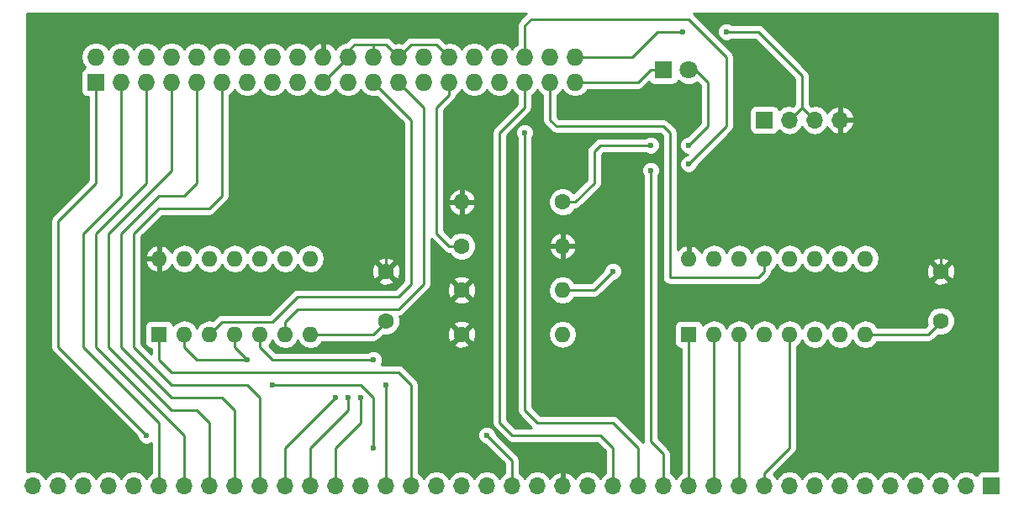
<source format=gtl>
G04 #@! TF.FileFunction,Copper,L1,Top,Signal*
%FSLAX46Y46*%
G04 Gerber Fmt 4.6, Leading zero omitted, Abs format (unit mm)*
G04 Created by KiCad (PCBNEW 4.0.6) date 05/15/17 21:17:45*
%MOMM*%
%LPD*%
G01*
G04 APERTURE LIST*
%ADD10C,0.100000*%
%ADD11C,1.600000*%
%ADD12R,1.727200X1.727200*%
%ADD13O,1.727200X1.727200*%
%ADD14R,1.700000X1.700000*%
%ADD15O,1.700000X1.700000*%
%ADD16O,1.600000X1.600000*%
%ADD17R,1.600000X1.600000*%
%ADD18R,1.800000X1.800000*%
%ADD19C,1.800000*%
%ADD20C,0.600000*%
%ADD21C,0.250000*%
%ADD22C,0.254000*%
G04 APERTURE END LIST*
D10*
D11*
X209550000Y-111760000D03*
X209550000Y-116760000D03*
D12*
X124460000Y-92710000D03*
D13*
X124460000Y-90170000D03*
X127000000Y-92710000D03*
X127000000Y-90170000D03*
X129540000Y-92710000D03*
X129540000Y-90170000D03*
X132080000Y-92710000D03*
X132080000Y-90170000D03*
X134620000Y-92710000D03*
X134620000Y-90170000D03*
X137160000Y-92710000D03*
X137160000Y-90170000D03*
X139700000Y-92710000D03*
X139700000Y-90170000D03*
X142240000Y-92710000D03*
X142240000Y-90170000D03*
X144780000Y-92710000D03*
X144780000Y-90170000D03*
X147320000Y-92710000D03*
X147320000Y-90170000D03*
X149860000Y-92710000D03*
X149860000Y-90170000D03*
X152400000Y-92710000D03*
X152400000Y-90170000D03*
X154940000Y-92710000D03*
X154940000Y-90170000D03*
X157480000Y-92710000D03*
X157480000Y-90170000D03*
X160020000Y-92710000D03*
X160020000Y-90170000D03*
X162560000Y-92710000D03*
X162560000Y-90170000D03*
X165100000Y-92710000D03*
X165100000Y-90170000D03*
X167640000Y-92710000D03*
X167640000Y-90170000D03*
X170180000Y-92710000D03*
X170180000Y-90170000D03*
X172720000Y-92710000D03*
X172720000Y-90170000D03*
D14*
X191770000Y-96520000D03*
D15*
X194310000Y-96520000D03*
X196850000Y-96520000D03*
X199390000Y-96520000D03*
D14*
X214630000Y-133350000D03*
D15*
X212090000Y-133350000D03*
X209550000Y-133350000D03*
X207010000Y-133350000D03*
X204470000Y-133350000D03*
X201930000Y-133350000D03*
X199390000Y-133350000D03*
X196850000Y-133350000D03*
X194310000Y-133350000D03*
X191770000Y-133350000D03*
X189230000Y-133350000D03*
X186690000Y-133350000D03*
X184150000Y-133350000D03*
X181610000Y-133350000D03*
X179070000Y-133350000D03*
X176530000Y-133350000D03*
X173990000Y-133350000D03*
X171450000Y-133350000D03*
X168910000Y-133350000D03*
X166370000Y-133350000D03*
X163830000Y-133350000D03*
X161290000Y-133350000D03*
X158750000Y-133350000D03*
X156210000Y-133350000D03*
X153670000Y-133350000D03*
X151130000Y-133350000D03*
X148590000Y-133350000D03*
X146050000Y-133350000D03*
X143510000Y-133350000D03*
X140970000Y-133350000D03*
X138430000Y-133350000D03*
X135890000Y-133350000D03*
X133350000Y-133350000D03*
X130810000Y-133350000D03*
X128270000Y-133350000D03*
X125730000Y-133350000D03*
X123190000Y-133350000D03*
X120650000Y-133350000D03*
X118110000Y-133350000D03*
D11*
X171450000Y-104775000D03*
D16*
X161290000Y-104775000D03*
D11*
X161290000Y-109220000D03*
D16*
X171450000Y-109220000D03*
D11*
X161290000Y-113665000D03*
D16*
X171450000Y-113665000D03*
D11*
X161290000Y-118110000D03*
D16*
X171450000Y-118110000D03*
D17*
X184150000Y-118110000D03*
D16*
X201930000Y-110490000D03*
X186690000Y-118110000D03*
X199390000Y-110490000D03*
X189230000Y-118110000D03*
X196850000Y-110490000D03*
X191770000Y-118110000D03*
X194310000Y-110490000D03*
X194310000Y-118110000D03*
X191770000Y-110490000D03*
X196850000Y-118110000D03*
X189230000Y-110490000D03*
X199390000Y-118110000D03*
X186690000Y-110490000D03*
X201930000Y-118110000D03*
X184150000Y-110490000D03*
D18*
X181610000Y-91440000D03*
D19*
X184150000Y-91440000D03*
D11*
X153670000Y-111760000D03*
X153670000Y-116760000D03*
D17*
X130810000Y-118110000D03*
D16*
X146050000Y-110490000D03*
X133350000Y-118110000D03*
X143510000Y-110490000D03*
X135890000Y-118110000D03*
X140970000Y-110490000D03*
X138430000Y-118110000D03*
X138430000Y-110490000D03*
X140970000Y-118110000D03*
X135890000Y-110490000D03*
X143510000Y-118110000D03*
X133350000Y-110490000D03*
X146050000Y-118110000D03*
X130810000Y-110490000D03*
D20*
X120650000Y-104140000D03*
X120650000Y-88900000D03*
X132080000Y-107950000D03*
X187960000Y-87630000D03*
X183515000Y-87630000D03*
X184150000Y-99060000D03*
X180340000Y-99060000D03*
X152400000Y-129540000D03*
X142240000Y-123190000D03*
X139700000Y-120650000D03*
X129540000Y-128270000D03*
X163830000Y-128270000D03*
X151130000Y-124460000D03*
X149860000Y-124460000D03*
X148590000Y-124460000D03*
X153670000Y-123190000D03*
X152400000Y-120650000D03*
X167640000Y-97790000D03*
X176530000Y-111760000D03*
X184150000Y-100965000D03*
X180340000Y-101600000D03*
D21*
X147320000Y-88900000D02*
X146050000Y-87630000D01*
X146050000Y-87630000D02*
X121920000Y-87630000D01*
X121920000Y-87630000D02*
X120650000Y-88900000D01*
X147320000Y-90170000D02*
X147320000Y-88900000D01*
X120650000Y-99695000D02*
X120650000Y-88900000D01*
X120650000Y-104140000D02*
X120650000Y-99695000D01*
X130810000Y-110490000D02*
X130810000Y-109220000D01*
X153670000Y-109220000D02*
X153670000Y-111760000D01*
X152400000Y-107950000D02*
X153670000Y-109220000D01*
X132080000Y-107950000D02*
X152400000Y-107950000D01*
X130810000Y-109220000D02*
X132080000Y-107950000D01*
X209550000Y-111760000D02*
X209550000Y-109220000D01*
X184150000Y-109220000D02*
X184150000Y-110490000D01*
X185420000Y-107950000D02*
X184150000Y-109220000D01*
X208280000Y-107950000D02*
X185420000Y-107950000D01*
X209550000Y-109220000D02*
X208280000Y-107950000D01*
X153670000Y-116760000D02*
X153670000Y-116840000D01*
X153670000Y-116840000D02*
X152400000Y-118110000D01*
X152400000Y-118110000D02*
X146050000Y-118110000D01*
X196850000Y-96520000D02*
X195580000Y-95250000D01*
X172720000Y-90170000D02*
X178435000Y-90170000D01*
X195580000Y-95250000D02*
X194310000Y-96520000D01*
X195580000Y-92075000D02*
X195580000Y-95250000D01*
X191135000Y-87630000D02*
X195580000Y-92075000D01*
X187960000Y-87630000D02*
X191135000Y-87630000D01*
X180975000Y-87630000D02*
X183515000Y-87630000D01*
X178435000Y-90170000D02*
X180975000Y-87630000D01*
X152400000Y-90170000D02*
X152400000Y-88900000D01*
X147320000Y-92710000D02*
X149860000Y-90170000D01*
X154940000Y-90170000D02*
X153670000Y-88900000D01*
X150495000Y-88900000D02*
X149860000Y-89535000D01*
X153670000Y-88900000D02*
X152400000Y-88900000D01*
X152400000Y-88900000D02*
X150495000Y-88900000D01*
X149860000Y-89535000D02*
X149860000Y-90170000D01*
X154940000Y-90170000D02*
X156210000Y-88900000D01*
X158750000Y-88900000D02*
X160020000Y-90170000D01*
X156210000Y-88900000D02*
X158750000Y-88900000D01*
X201930000Y-118110000D02*
X208280000Y-118110000D01*
X208280000Y-118110000D02*
X209550000Y-116840000D01*
X209550000Y-116840000D02*
X209550000Y-116760000D01*
X172720000Y-92710000D02*
X179070000Y-92710000D01*
X180340000Y-91440000D02*
X181610000Y-91440000D01*
X179070000Y-92710000D02*
X180340000Y-91440000D01*
X171450000Y-104775000D02*
X172720000Y-104775000D01*
X186055000Y-92710000D02*
X184785000Y-91440000D01*
X186055000Y-97155000D02*
X186055000Y-92710000D01*
X184150000Y-99060000D02*
X186055000Y-97155000D01*
X175260000Y-99060000D02*
X180340000Y-99060000D01*
X174625000Y-99695000D02*
X175260000Y-99060000D01*
X174625000Y-102870000D02*
X174625000Y-99695000D01*
X172720000Y-104775000D02*
X174625000Y-102870000D01*
X184785000Y-91440000D02*
X184150000Y-91440000D01*
X184150000Y-133350000D02*
X184150000Y-118110000D01*
X186690000Y-118110000D02*
X186690000Y-133350000D01*
X189230000Y-133350000D02*
X189230000Y-118110000D01*
X191770000Y-133350000D02*
X191770000Y-132080000D01*
X194310000Y-129540000D02*
X194310000Y-118110000D01*
X191770000Y-132080000D02*
X194310000Y-129540000D01*
X133350000Y-118110000D02*
X133350000Y-119380000D01*
X134620000Y-120650000D02*
X139700000Y-120650000D01*
X133350000Y-119380000D02*
X134620000Y-120650000D01*
X138430000Y-118110000D02*
X138430000Y-119380000D01*
X152400000Y-124460000D02*
X152400000Y-129540000D01*
X151130000Y-123190000D02*
X152400000Y-124460000D01*
X142240000Y-123190000D02*
X151130000Y-123190000D01*
X138430000Y-119380000D02*
X139700000Y-120650000D01*
X191770000Y-110490000D02*
X191770000Y-111760000D01*
X170180000Y-96520000D02*
X170180000Y-92710000D01*
X170815000Y-97155000D02*
X170180000Y-96520000D01*
X181610000Y-97155000D02*
X170815000Y-97155000D01*
X182245000Y-97790000D02*
X181610000Y-97155000D01*
X182245000Y-112395000D02*
X182245000Y-97790000D01*
X191135000Y-112395000D02*
X182245000Y-112395000D01*
X191770000Y-111760000D02*
X191135000Y-112395000D01*
X124460000Y-92710000D02*
X124460000Y-102870000D01*
X120650000Y-106680000D02*
X124460000Y-102870000D01*
X120650000Y-119380000D02*
X120650000Y-106680000D01*
X120650000Y-119380000D02*
X129540000Y-128270000D01*
X166370000Y-133350000D02*
X166370000Y-130810000D01*
X166370000Y-130810000D02*
X163830000Y-128270000D01*
X148590000Y-133350000D02*
X148590000Y-129540000D01*
X151130000Y-127000000D02*
X151130000Y-124460000D01*
X148590000Y-129540000D02*
X151130000Y-127000000D01*
X146050000Y-133350000D02*
X146050000Y-129540000D01*
X149860000Y-125730000D02*
X149860000Y-124460000D01*
X146050000Y-129540000D02*
X149860000Y-125730000D01*
X143510000Y-129540000D02*
X143510000Y-133350000D01*
X148590000Y-124460000D02*
X143510000Y-129540000D01*
X140970000Y-133350000D02*
X140970000Y-124460000D01*
X137160000Y-104140000D02*
X137160000Y-92710000D01*
X135890000Y-105410000D02*
X137160000Y-104140000D01*
X130810000Y-105410000D02*
X135890000Y-105410000D01*
X128270000Y-107950000D02*
X130810000Y-105410000D01*
X128270000Y-119380000D02*
X128270000Y-107950000D01*
X132080000Y-123190000D02*
X128270000Y-119380000D01*
X139700000Y-123190000D02*
X132080000Y-123190000D01*
X140970000Y-124460000D02*
X139700000Y-123190000D01*
X134620000Y-92710000D02*
X134620000Y-102870000D01*
X138430000Y-125730000D02*
X138430000Y-133350000D01*
X137160000Y-124460000D02*
X138430000Y-125730000D01*
X132080000Y-124460000D02*
X137160000Y-124460000D01*
X127000000Y-119380000D02*
X132080000Y-124460000D01*
X127000000Y-107950000D02*
X127000000Y-119380000D01*
X130810000Y-104140000D02*
X127000000Y-107950000D01*
X133350000Y-104140000D02*
X130810000Y-104140000D01*
X134620000Y-102870000D02*
X133350000Y-104140000D01*
X135890000Y-133350000D02*
X135890000Y-127000000D01*
X132080000Y-101600000D02*
X132080000Y-92710000D01*
X130810000Y-102870000D02*
X132080000Y-101600000D01*
X125730000Y-107950000D02*
X130810000Y-102870000D01*
X125730000Y-119380000D02*
X125730000Y-107950000D01*
X132080000Y-125730000D02*
X125730000Y-119380000D01*
X134620000Y-125730000D02*
X132080000Y-125730000D01*
X135890000Y-127000000D02*
X134620000Y-125730000D01*
X133350000Y-133350000D02*
X133350000Y-128270000D01*
X129540000Y-102870000D02*
X129540000Y-92710000D01*
X124460000Y-107950000D02*
X129540000Y-102870000D01*
X124460000Y-119380000D02*
X124460000Y-107950000D01*
X132080000Y-127000000D02*
X124460000Y-119380000D01*
X133350000Y-128270000D02*
X132080000Y-127000000D01*
X127000000Y-92710000D02*
X127000000Y-104140000D01*
X130810000Y-127000000D02*
X130810000Y-133350000D01*
X123190000Y-119380000D02*
X130810000Y-127000000D01*
X123190000Y-107950000D02*
X123190000Y-119380000D01*
X127000000Y-104140000D02*
X123190000Y-107950000D01*
X130810000Y-118110000D02*
X130810000Y-120650000D01*
X156210000Y-123190000D02*
X156210000Y-133350000D01*
X154940000Y-121920000D02*
X156210000Y-123190000D01*
X132080000Y-121920000D02*
X154940000Y-121920000D01*
X130810000Y-120650000D02*
X132080000Y-121920000D01*
X140970000Y-118110000D02*
X140970000Y-119380000D01*
X153670000Y-123190000D02*
X153670000Y-133350000D01*
X142240000Y-120650000D02*
X152400000Y-120650000D01*
X140970000Y-119380000D02*
X142240000Y-120650000D01*
X161290000Y-109220000D02*
X160020000Y-109220000D01*
X160020000Y-93980000D02*
X160020000Y-92710000D01*
X158750000Y-95250000D02*
X160020000Y-93980000D01*
X158750000Y-107950000D02*
X158750000Y-95250000D01*
X160020000Y-109220000D02*
X158750000Y-107950000D01*
X179070000Y-133350000D02*
X179070000Y-129540000D01*
X167640000Y-125730000D02*
X167640000Y-97790000D01*
X168910000Y-127000000D02*
X167640000Y-125730000D01*
X176530000Y-127000000D02*
X168910000Y-127000000D01*
X177800000Y-128270000D02*
X176530000Y-127000000D01*
X179070000Y-129540000D02*
X177800000Y-128270000D01*
X174625000Y-113665000D02*
X171450000Y-113665000D01*
X176530000Y-111760000D02*
X174625000Y-113665000D01*
X176530000Y-133350000D02*
X176530000Y-129540000D01*
X167640000Y-95250000D02*
X167640000Y-92710000D01*
X165100000Y-97790000D02*
X167640000Y-95250000D01*
X165100000Y-127000000D02*
X165100000Y-97790000D01*
X166370000Y-128270000D02*
X165100000Y-127000000D01*
X175260000Y-128270000D02*
X166370000Y-128270000D01*
X176530000Y-129540000D02*
X175260000Y-128270000D01*
X181610000Y-133350000D02*
X181610000Y-130175000D01*
X167640000Y-86995000D02*
X167640000Y-90170000D01*
X168275000Y-86360000D02*
X167640000Y-86995000D01*
X184150000Y-86360000D02*
X168275000Y-86360000D01*
X187960000Y-90170000D02*
X184150000Y-86360000D01*
X187960000Y-97155000D02*
X187960000Y-90170000D01*
X184150000Y-100965000D02*
X187960000Y-97155000D01*
X180340000Y-128905000D02*
X180340000Y-101600000D01*
X181610000Y-130175000D02*
X180340000Y-128905000D01*
X135890000Y-118110000D02*
X137160000Y-116840000D01*
X156210000Y-96520000D02*
X152400000Y-92710000D01*
X156210000Y-113030000D02*
X156210000Y-96520000D01*
X154940000Y-114300000D02*
X156210000Y-113030000D01*
X144780000Y-114300000D02*
X154940000Y-114300000D01*
X142240000Y-116840000D02*
X144780000Y-114300000D01*
X137160000Y-116840000D02*
X142240000Y-116840000D01*
X143510000Y-118110000D02*
X143510000Y-116840000D01*
X157480000Y-95250000D02*
X154940000Y-92710000D01*
X157480000Y-113030000D02*
X157480000Y-95250000D01*
X154940000Y-115570000D02*
X157480000Y-113030000D01*
X144780000Y-115570000D02*
X154940000Y-115570000D01*
X143510000Y-116840000D02*
X144780000Y-115570000D01*
D22*
G36*
X166550971Y-93769670D02*
X166880000Y-93989520D01*
X166880000Y-94935198D01*
X164562599Y-97252599D01*
X164397852Y-97499161D01*
X164340000Y-97790000D01*
X164340000Y-127000000D01*
X164397852Y-127290839D01*
X164562599Y-127537401D01*
X165832599Y-128807401D01*
X166079160Y-128972148D01*
X166370000Y-129030000D01*
X174945198Y-129030000D01*
X175770000Y-129854802D01*
X175770000Y-132077046D01*
X175479946Y-132270853D01*
X175260000Y-132600026D01*
X175040054Y-132270853D01*
X174558285Y-131948946D01*
X173990000Y-131835907D01*
X173421715Y-131948946D01*
X172939946Y-132270853D01*
X172712298Y-132611553D01*
X172645183Y-132468642D01*
X172216924Y-132078355D01*
X171806890Y-131908524D01*
X171577000Y-132029845D01*
X171577000Y-133223000D01*
X171597000Y-133223000D01*
X171597000Y-133477000D01*
X171577000Y-133477000D01*
X171577000Y-133497000D01*
X171323000Y-133497000D01*
X171323000Y-133477000D01*
X171303000Y-133477000D01*
X171303000Y-133223000D01*
X171323000Y-133223000D01*
X171323000Y-132029845D01*
X171093110Y-131908524D01*
X170683076Y-132078355D01*
X170254817Y-132468642D01*
X170187702Y-132611553D01*
X169960054Y-132270853D01*
X169478285Y-131948946D01*
X168910000Y-131835907D01*
X168341715Y-131948946D01*
X167859946Y-132270853D01*
X167640000Y-132600026D01*
X167420054Y-132270853D01*
X167130000Y-132077046D01*
X167130000Y-130810000D01*
X167072148Y-130519161D01*
X167072148Y-130519160D01*
X166907401Y-130272599D01*
X164765122Y-128130320D01*
X164765162Y-128084833D01*
X164623117Y-127741057D01*
X164360327Y-127477808D01*
X164016799Y-127335162D01*
X163644833Y-127334838D01*
X163301057Y-127476883D01*
X163037808Y-127739673D01*
X162895162Y-128083201D01*
X162894838Y-128455167D01*
X163036883Y-128798943D01*
X163299673Y-129062192D01*
X163643201Y-129204838D01*
X163690077Y-129204879D01*
X165610000Y-131124802D01*
X165610000Y-132077046D01*
X165319946Y-132270853D01*
X165100000Y-132600026D01*
X164880054Y-132270853D01*
X164398285Y-131948946D01*
X163830000Y-131835907D01*
X163261715Y-131948946D01*
X162779946Y-132270853D01*
X162560000Y-132600026D01*
X162340054Y-132270853D01*
X161858285Y-131948946D01*
X161290000Y-131835907D01*
X160721715Y-131948946D01*
X160239946Y-132270853D01*
X160020000Y-132600026D01*
X159800054Y-132270853D01*
X159318285Y-131948946D01*
X158750000Y-131835907D01*
X158181715Y-131948946D01*
X157699946Y-132270853D01*
X157480000Y-132600026D01*
X157260054Y-132270853D01*
X156970000Y-132077046D01*
X156970000Y-123190000D01*
X156912148Y-122899161D01*
X156912148Y-122899160D01*
X156747401Y-122652599D01*
X155477401Y-121382599D01*
X155230839Y-121217852D01*
X154940000Y-121160000D01*
X153200633Y-121160000D01*
X153334838Y-120836799D01*
X153335162Y-120464833D01*
X153193117Y-120121057D01*
X152930327Y-119857808D01*
X152586799Y-119715162D01*
X152214833Y-119714838D01*
X151871057Y-119856883D01*
X151837882Y-119890000D01*
X142554802Y-119890000D01*
X141884538Y-119219736D01*
X141984698Y-119152811D01*
X142240000Y-118770725D01*
X142495302Y-119152811D01*
X142960849Y-119463880D01*
X143510000Y-119573113D01*
X144059151Y-119463880D01*
X144524698Y-119152811D01*
X144780000Y-118770725D01*
X145035302Y-119152811D01*
X145500849Y-119463880D01*
X146050000Y-119573113D01*
X146599151Y-119463880D01*
X147064698Y-119152811D01*
X147088128Y-119117745D01*
X160461861Y-119117745D01*
X160535995Y-119363864D01*
X161073223Y-119556965D01*
X161643454Y-119529778D01*
X162044005Y-119363864D01*
X162118139Y-119117745D01*
X161290000Y-118289605D01*
X160461861Y-119117745D01*
X147088128Y-119117745D01*
X147253667Y-118870000D01*
X152400000Y-118870000D01*
X152690839Y-118812148D01*
X152937401Y-118647401D01*
X153390046Y-118194756D01*
X153954187Y-118195248D01*
X154481800Y-117977243D01*
X154565966Y-117893223D01*
X159843035Y-117893223D01*
X159870222Y-118463454D01*
X160036136Y-118864005D01*
X160282255Y-118938139D01*
X161110395Y-118110000D01*
X161469605Y-118110000D01*
X162297745Y-118938139D01*
X162543864Y-118864005D01*
X162736965Y-118326777D01*
X162709778Y-117756546D01*
X162543864Y-117355995D01*
X162297745Y-117281861D01*
X161469605Y-118110000D01*
X161110395Y-118110000D01*
X160282255Y-117281861D01*
X160036136Y-117355995D01*
X159843035Y-117893223D01*
X154565966Y-117893223D01*
X154885824Y-117573923D01*
X155081677Y-117102255D01*
X160461861Y-117102255D01*
X161290000Y-117930395D01*
X162118139Y-117102255D01*
X162044005Y-116856136D01*
X161506777Y-116663035D01*
X160936546Y-116690222D01*
X160535995Y-116856136D01*
X160461861Y-117102255D01*
X155081677Y-117102255D01*
X155104750Y-117046691D01*
X155105248Y-116475813D01*
X155037025Y-116310700D01*
X155230839Y-116272148D01*
X155477401Y-116107401D01*
X156912057Y-114672745D01*
X160461861Y-114672745D01*
X160535995Y-114918864D01*
X161073223Y-115111965D01*
X161643454Y-115084778D01*
X162044005Y-114918864D01*
X162118139Y-114672745D01*
X161290000Y-113844605D01*
X160461861Y-114672745D01*
X156912057Y-114672745D01*
X158017401Y-113567401D01*
X158097033Y-113448223D01*
X159843035Y-113448223D01*
X159870222Y-114018454D01*
X160036136Y-114419005D01*
X160282255Y-114493139D01*
X161110395Y-113665000D01*
X161469605Y-113665000D01*
X162297745Y-114493139D01*
X162543864Y-114419005D01*
X162736965Y-113881777D01*
X162709778Y-113311546D01*
X162543864Y-112910995D01*
X162297745Y-112836861D01*
X161469605Y-113665000D01*
X161110395Y-113665000D01*
X160282255Y-112836861D01*
X160036136Y-112910995D01*
X159843035Y-113448223D01*
X158097033Y-113448223D01*
X158182148Y-113320840D01*
X158210207Y-113179778D01*
X158240000Y-113030000D01*
X158240000Y-112657255D01*
X160461861Y-112657255D01*
X161290000Y-113485395D01*
X162118139Y-112657255D01*
X162044005Y-112411136D01*
X161506777Y-112218035D01*
X160936546Y-112245222D01*
X160535995Y-112411136D01*
X160461861Y-112657255D01*
X158240000Y-112657255D01*
X158240000Y-108514802D01*
X159482599Y-109757401D01*
X159729160Y-109922148D01*
X160020000Y-109980000D01*
X160051354Y-109980000D01*
X160072757Y-110031800D01*
X160476077Y-110435824D01*
X161003309Y-110654750D01*
X161574187Y-110655248D01*
X162101800Y-110437243D01*
X162505824Y-110033923D01*
X162724750Y-109506691D01*
X162725248Y-108935813D01*
X162507243Y-108408200D01*
X162103923Y-108004176D01*
X161576691Y-107785250D01*
X161005813Y-107784752D01*
X160478200Y-108002757D01*
X160177618Y-108302816D01*
X159510000Y-107635198D01*
X159510000Y-105124039D01*
X159898096Y-105124039D01*
X160058959Y-105512423D01*
X160434866Y-105927389D01*
X160940959Y-106166914D01*
X161163000Y-106045629D01*
X161163000Y-104902000D01*
X161417000Y-104902000D01*
X161417000Y-106045629D01*
X161639041Y-106166914D01*
X162145134Y-105927389D01*
X162521041Y-105512423D01*
X162681904Y-105124039D01*
X162559915Y-104902000D01*
X161417000Y-104902000D01*
X161163000Y-104902000D01*
X160020085Y-104902000D01*
X159898096Y-105124039D01*
X159510000Y-105124039D01*
X159510000Y-104425961D01*
X159898096Y-104425961D01*
X160020085Y-104648000D01*
X161163000Y-104648000D01*
X161163000Y-103504371D01*
X161417000Y-103504371D01*
X161417000Y-104648000D01*
X162559915Y-104648000D01*
X162681904Y-104425961D01*
X162521041Y-104037577D01*
X162145134Y-103622611D01*
X161639041Y-103383086D01*
X161417000Y-103504371D01*
X161163000Y-103504371D01*
X160940959Y-103383086D01*
X160434866Y-103622611D01*
X160058959Y-104037577D01*
X159898096Y-104425961D01*
X159510000Y-104425961D01*
X159510000Y-95564802D01*
X160557401Y-94517401D01*
X160722148Y-94270840D01*
X160777816Y-93990980D01*
X161109029Y-93769670D01*
X161290000Y-93498828D01*
X161470971Y-93769670D01*
X161957152Y-94094526D01*
X162530641Y-94208600D01*
X162589359Y-94208600D01*
X163162848Y-94094526D01*
X163649029Y-93769670D01*
X163830000Y-93498828D01*
X164010971Y-93769670D01*
X164497152Y-94094526D01*
X165070641Y-94208600D01*
X165129359Y-94208600D01*
X165702848Y-94094526D01*
X166189029Y-93769670D01*
X166370000Y-93498828D01*
X166550971Y-93769670D01*
X166550971Y-93769670D01*
G37*
X166550971Y-93769670D02*
X166880000Y-93989520D01*
X166880000Y-94935198D01*
X164562599Y-97252599D01*
X164397852Y-97499161D01*
X164340000Y-97790000D01*
X164340000Y-127000000D01*
X164397852Y-127290839D01*
X164562599Y-127537401D01*
X165832599Y-128807401D01*
X166079160Y-128972148D01*
X166370000Y-129030000D01*
X174945198Y-129030000D01*
X175770000Y-129854802D01*
X175770000Y-132077046D01*
X175479946Y-132270853D01*
X175260000Y-132600026D01*
X175040054Y-132270853D01*
X174558285Y-131948946D01*
X173990000Y-131835907D01*
X173421715Y-131948946D01*
X172939946Y-132270853D01*
X172712298Y-132611553D01*
X172645183Y-132468642D01*
X172216924Y-132078355D01*
X171806890Y-131908524D01*
X171577000Y-132029845D01*
X171577000Y-133223000D01*
X171597000Y-133223000D01*
X171597000Y-133477000D01*
X171577000Y-133477000D01*
X171577000Y-133497000D01*
X171323000Y-133497000D01*
X171323000Y-133477000D01*
X171303000Y-133477000D01*
X171303000Y-133223000D01*
X171323000Y-133223000D01*
X171323000Y-132029845D01*
X171093110Y-131908524D01*
X170683076Y-132078355D01*
X170254817Y-132468642D01*
X170187702Y-132611553D01*
X169960054Y-132270853D01*
X169478285Y-131948946D01*
X168910000Y-131835907D01*
X168341715Y-131948946D01*
X167859946Y-132270853D01*
X167640000Y-132600026D01*
X167420054Y-132270853D01*
X167130000Y-132077046D01*
X167130000Y-130810000D01*
X167072148Y-130519161D01*
X167072148Y-130519160D01*
X166907401Y-130272599D01*
X164765122Y-128130320D01*
X164765162Y-128084833D01*
X164623117Y-127741057D01*
X164360327Y-127477808D01*
X164016799Y-127335162D01*
X163644833Y-127334838D01*
X163301057Y-127476883D01*
X163037808Y-127739673D01*
X162895162Y-128083201D01*
X162894838Y-128455167D01*
X163036883Y-128798943D01*
X163299673Y-129062192D01*
X163643201Y-129204838D01*
X163690077Y-129204879D01*
X165610000Y-131124802D01*
X165610000Y-132077046D01*
X165319946Y-132270853D01*
X165100000Y-132600026D01*
X164880054Y-132270853D01*
X164398285Y-131948946D01*
X163830000Y-131835907D01*
X163261715Y-131948946D01*
X162779946Y-132270853D01*
X162560000Y-132600026D01*
X162340054Y-132270853D01*
X161858285Y-131948946D01*
X161290000Y-131835907D01*
X160721715Y-131948946D01*
X160239946Y-132270853D01*
X160020000Y-132600026D01*
X159800054Y-132270853D01*
X159318285Y-131948946D01*
X158750000Y-131835907D01*
X158181715Y-131948946D01*
X157699946Y-132270853D01*
X157480000Y-132600026D01*
X157260054Y-132270853D01*
X156970000Y-132077046D01*
X156970000Y-123190000D01*
X156912148Y-122899161D01*
X156912148Y-122899160D01*
X156747401Y-122652599D01*
X155477401Y-121382599D01*
X155230839Y-121217852D01*
X154940000Y-121160000D01*
X153200633Y-121160000D01*
X153334838Y-120836799D01*
X153335162Y-120464833D01*
X153193117Y-120121057D01*
X152930327Y-119857808D01*
X152586799Y-119715162D01*
X152214833Y-119714838D01*
X151871057Y-119856883D01*
X151837882Y-119890000D01*
X142554802Y-119890000D01*
X141884538Y-119219736D01*
X141984698Y-119152811D01*
X142240000Y-118770725D01*
X142495302Y-119152811D01*
X142960849Y-119463880D01*
X143510000Y-119573113D01*
X144059151Y-119463880D01*
X144524698Y-119152811D01*
X144780000Y-118770725D01*
X145035302Y-119152811D01*
X145500849Y-119463880D01*
X146050000Y-119573113D01*
X146599151Y-119463880D01*
X147064698Y-119152811D01*
X147088128Y-119117745D01*
X160461861Y-119117745D01*
X160535995Y-119363864D01*
X161073223Y-119556965D01*
X161643454Y-119529778D01*
X162044005Y-119363864D01*
X162118139Y-119117745D01*
X161290000Y-118289605D01*
X160461861Y-119117745D01*
X147088128Y-119117745D01*
X147253667Y-118870000D01*
X152400000Y-118870000D01*
X152690839Y-118812148D01*
X152937401Y-118647401D01*
X153390046Y-118194756D01*
X153954187Y-118195248D01*
X154481800Y-117977243D01*
X154565966Y-117893223D01*
X159843035Y-117893223D01*
X159870222Y-118463454D01*
X160036136Y-118864005D01*
X160282255Y-118938139D01*
X161110395Y-118110000D01*
X161469605Y-118110000D01*
X162297745Y-118938139D01*
X162543864Y-118864005D01*
X162736965Y-118326777D01*
X162709778Y-117756546D01*
X162543864Y-117355995D01*
X162297745Y-117281861D01*
X161469605Y-118110000D01*
X161110395Y-118110000D01*
X160282255Y-117281861D01*
X160036136Y-117355995D01*
X159843035Y-117893223D01*
X154565966Y-117893223D01*
X154885824Y-117573923D01*
X155081677Y-117102255D01*
X160461861Y-117102255D01*
X161290000Y-117930395D01*
X162118139Y-117102255D01*
X162044005Y-116856136D01*
X161506777Y-116663035D01*
X160936546Y-116690222D01*
X160535995Y-116856136D01*
X160461861Y-117102255D01*
X155081677Y-117102255D01*
X155104750Y-117046691D01*
X155105248Y-116475813D01*
X155037025Y-116310700D01*
X155230839Y-116272148D01*
X155477401Y-116107401D01*
X156912057Y-114672745D01*
X160461861Y-114672745D01*
X160535995Y-114918864D01*
X161073223Y-115111965D01*
X161643454Y-115084778D01*
X162044005Y-114918864D01*
X162118139Y-114672745D01*
X161290000Y-113844605D01*
X160461861Y-114672745D01*
X156912057Y-114672745D01*
X158017401Y-113567401D01*
X158097033Y-113448223D01*
X159843035Y-113448223D01*
X159870222Y-114018454D01*
X160036136Y-114419005D01*
X160282255Y-114493139D01*
X161110395Y-113665000D01*
X161469605Y-113665000D01*
X162297745Y-114493139D01*
X162543864Y-114419005D01*
X162736965Y-113881777D01*
X162709778Y-113311546D01*
X162543864Y-112910995D01*
X162297745Y-112836861D01*
X161469605Y-113665000D01*
X161110395Y-113665000D01*
X160282255Y-112836861D01*
X160036136Y-112910995D01*
X159843035Y-113448223D01*
X158097033Y-113448223D01*
X158182148Y-113320840D01*
X158210207Y-113179778D01*
X158240000Y-113030000D01*
X158240000Y-112657255D01*
X160461861Y-112657255D01*
X161290000Y-113485395D01*
X162118139Y-112657255D01*
X162044005Y-112411136D01*
X161506777Y-112218035D01*
X160936546Y-112245222D01*
X160535995Y-112411136D01*
X160461861Y-112657255D01*
X158240000Y-112657255D01*
X158240000Y-108514802D01*
X159482599Y-109757401D01*
X159729160Y-109922148D01*
X160020000Y-109980000D01*
X160051354Y-109980000D01*
X160072757Y-110031800D01*
X160476077Y-110435824D01*
X161003309Y-110654750D01*
X161574187Y-110655248D01*
X162101800Y-110437243D01*
X162505824Y-110033923D01*
X162724750Y-109506691D01*
X162725248Y-108935813D01*
X162507243Y-108408200D01*
X162103923Y-108004176D01*
X161576691Y-107785250D01*
X161005813Y-107784752D01*
X160478200Y-108002757D01*
X160177618Y-108302816D01*
X159510000Y-107635198D01*
X159510000Y-105124039D01*
X159898096Y-105124039D01*
X160058959Y-105512423D01*
X160434866Y-105927389D01*
X160940959Y-106166914D01*
X161163000Y-106045629D01*
X161163000Y-104902000D01*
X161417000Y-104902000D01*
X161417000Y-106045629D01*
X161639041Y-106166914D01*
X162145134Y-105927389D01*
X162521041Y-105512423D01*
X162681904Y-105124039D01*
X162559915Y-104902000D01*
X161417000Y-104902000D01*
X161163000Y-104902000D01*
X160020085Y-104902000D01*
X159898096Y-105124039D01*
X159510000Y-105124039D01*
X159510000Y-104425961D01*
X159898096Y-104425961D01*
X160020085Y-104648000D01*
X161163000Y-104648000D01*
X161163000Y-103504371D01*
X161417000Y-103504371D01*
X161417000Y-104648000D01*
X162559915Y-104648000D01*
X162681904Y-104425961D01*
X162521041Y-104037577D01*
X162145134Y-103622611D01*
X161639041Y-103383086D01*
X161417000Y-103504371D01*
X161163000Y-103504371D01*
X160940959Y-103383086D01*
X160434866Y-103622611D01*
X160058959Y-104037577D01*
X159898096Y-104425961D01*
X159510000Y-104425961D01*
X159510000Y-95564802D01*
X160557401Y-94517401D01*
X160722148Y-94270840D01*
X160777816Y-93990980D01*
X161109029Y-93769670D01*
X161290000Y-93498828D01*
X161470971Y-93769670D01*
X161957152Y-94094526D01*
X162530641Y-94208600D01*
X162589359Y-94208600D01*
X163162848Y-94094526D01*
X163649029Y-93769670D01*
X163830000Y-93498828D01*
X164010971Y-93769670D01*
X164497152Y-94094526D01*
X165070641Y-94208600D01*
X165129359Y-94208600D01*
X165702848Y-94094526D01*
X166189029Y-93769670D01*
X166370000Y-93498828D01*
X166550971Y-93769670D01*
G36*
X167737599Y-85822599D02*
X167102599Y-86457599D01*
X166937852Y-86704161D01*
X166880000Y-86995000D01*
X166880000Y-88890480D01*
X166550971Y-89110330D01*
X166370000Y-89381172D01*
X166189029Y-89110330D01*
X165702848Y-88785474D01*
X165129359Y-88671400D01*
X165070641Y-88671400D01*
X164497152Y-88785474D01*
X164010971Y-89110330D01*
X163830000Y-89381172D01*
X163649029Y-89110330D01*
X163162848Y-88785474D01*
X162589359Y-88671400D01*
X162530641Y-88671400D01*
X161957152Y-88785474D01*
X161470971Y-89110330D01*
X161290000Y-89381172D01*
X161109029Y-89110330D01*
X160622848Y-88785474D01*
X160049359Y-88671400D01*
X159990641Y-88671400D01*
X159661644Y-88736842D01*
X159287401Y-88362599D01*
X159040839Y-88197852D01*
X158750000Y-88140000D01*
X156210000Y-88140000D01*
X155919160Y-88197852D01*
X155672599Y-88362599D01*
X155298356Y-88736842D01*
X154969359Y-88671400D01*
X154910641Y-88671400D01*
X154581644Y-88736842D01*
X154207401Y-88362599D01*
X153960839Y-88197852D01*
X153670000Y-88140000D01*
X150495000Y-88140000D01*
X150204161Y-88197852D01*
X149957599Y-88362599D01*
X149603646Y-88716552D01*
X149257152Y-88785474D01*
X148770971Y-89110330D01*
X148590008Y-89381161D01*
X148208490Y-88963179D01*
X147679027Y-88715032D01*
X147447000Y-88835531D01*
X147447000Y-90043000D01*
X147467000Y-90043000D01*
X147467000Y-90297000D01*
X147447000Y-90297000D01*
X147447000Y-90317000D01*
X147193000Y-90317000D01*
X147193000Y-90297000D01*
X147173000Y-90297000D01*
X147173000Y-90043000D01*
X147193000Y-90043000D01*
X147193000Y-88835531D01*
X146960973Y-88715032D01*
X146431510Y-88963179D01*
X146049992Y-89381161D01*
X145869029Y-89110330D01*
X145382848Y-88785474D01*
X144809359Y-88671400D01*
X144750641Y-88671400D01*
X144177152Y-88785474D01*
X143690971Y-89110330D01*
X143510000Y-89381172D01*
X143329029Y-89110330D01*
X142842848Y-88785474D01*
X142269359Y-88671400D01*
X142210641Y-88671400D01*
X141637152Y-88785474D01*
X141150971Y-89110330D01*
X140970000Y-89381172D01*
X140789029Y-89110330D01*
X140302848Y-88785474D01*
X139729359Y-88671400D01*
X139670641Y-88671400D01*
X139097152Y-88785474D01*
X138610971Y-89110330D01*
X138430000Y-89381172D01*
X138249029Y-89110330D01*
X137762848Y-88785474D01*
X137189359Y-88671400D01*
X137130641Y-88671400D01*
X136557152Y-88785474D01*
X136070971Y-89110330D01*
X135890000Y-89381172D01*
X135709029Y-89110330D01*
X135222848Y-88785474D01*
X134649359Y-88671400D01*
X134590641Y-88671400D01*
X134017152Y-88785474D01*
X133530971Y-89110330D01*
X133350000Y-89381172D01*
X133169029Y-89110330D01*
X132682848Y-88785474D01*
X132109359Y-88671400D01*
X132050641Y-88671400D01*
X131477152Y-88785474D01*
X130990971Y-89110330D01*
X130810000Y-89381172D01*
X130629029Y-89110330D01*
X130142848Y-88785474D01*
X129569359Y-88671400D01*
X129510641Y-88671400D01*
X128937152Y-88785474D01*
X128450971Y-89110330D01*
X128270000Y-89381172D01*
X128089029Y-89110330D01*
X127602848Y-88785474D01*
X127029359Y-88671400D01*
X126970641Y-88671400D01*
X126397152Y-88785474D01*
X125910971Y-89110330D01*
X125730000Y-89381172D01*
X125549029Y-89110330D01*
X125062848Y-88785474D01*
X124489359Y-88671400D01*
X124430641Y-88671400D01*
X123857152Y-88785474D01*
X123370971Y-89110330D01*
X123046115Y-89596511D01*
X122932041Y-90170000D01*
X123046115Y-90743489D01*
X123370971Y-91229670D01*
X123384642Y-91238805D01*
X123361083Y-91243238D01*
X123144959Y-91382310D01*
X122999969Y-91594510D01*
X122948960Y-91846400D01*
X122948960Y-93573600D01*
X122993238Y-93808917D01*
X123132310Y-94025041D01*
X123344510Y-94170031D01*
X123596400Y-94221040D01*
X123700000Y-94221040D01*
X123700000Y-102555198D01*
X120112599Y-106142599D01*
X119947852Y-106389161D01*
X119890000Y-106680000D01*
X119890000Y-119380000D01*
X119947852Y-119670839D01*
X120112599Y-119917401D01*
X128604878Y-128409680D01*
X128604838Y-128455167D01*
X128746883Y-128798943D01*
X129009673Y-129062192D01*
X129353201Y-129204838D01*
X129725167Y-129205162D01*
X130050000Y-129070944D01*
X130050000Y-132077046D01*
X129759946Y-132270853D01*
X129540000Y-132600026D01*
X129320054Y-132270853D01*
X128838285Y-131948946D01*
X128270000Y-131835907D01*
X127701715Y-131948946D01*
X127219946Y-132270853D01*
X127000000Y-132600026D01*
X126780054Y-132270853D01*
X126298285Y-131948946D01*
X125730000Y-131835907D01*
X125161715Y-131948946D01*
X124679946Y-132270853D01*
X124460000Y-132600026D01*
X124240054Y-132270853D01*
X123758285Y-131948946D01*
X123190000Y-131835907D01*
X122621715Y-131948946D01*
X122139946Y-132270853D01*
X121920000Y-132600026D01*
X121700054Y-132270853D01*
X121218285Y-131948946D01*
X120650000Y-131835907D01*
X120081715Y-131948946D01*
X119599946Y-132270853D01*
X119380000Y-132600026D01*
X119160054Y-132270853D01*
X118678285Y-131948946D01*
X118110000Y-131835907D01*
X117550000Y-131947298D01*
X117550000Y-85800000D01*
X167771421Y-85800000D01*
X167737599Y-85822599D01*
X167737599Y-85822599D01*
G37*
X167737599Y-85822599D02*
X167102599Y-86457599D01*
X166937852Y-86704161D01*
X166880000Y-86995000D01*
X166880000Y-88890480D01*
X166550971Y-89110330D01*
X166370000Y-89381172D01*
X166189029Y-89110330D01*
X165702848Y-88785474D01*
X165129359Y-88671400D01*
X165070641Y-88671400D01*
X164497152Y-88785474D01*
X164010971Y-89110330D01*
X163830000Y-89381172D01*
X163649029Y-89110330D01*
X163162848Y-88785474D01*
X162589359Y-88671400D01*
X162530641Y-88671400D01*
X161957152Y-88785474D01*
X161470971Y-89110330D01*
X161290000Y-89381172D01*
X161109029Y-89110330D01*
X160622848Y-88785474D01*
X160049359Y-88671400D01*
X159990641Y-88671400D01*
X159661644Y-88736842D01*
X159287401Y-88362599D01*
X159040839Y-88197852D01*
X158750000Y-88140000D01*
X156210000Y-88140000D01*
X155919160Y-88197852D01*
X155672599Y-88362599D01*
X155298356Y-88736842D01*
X154969359Y-88671400D01*
X154910641Y-88671400D01*
X154581644Y-88736842D01*
X154207401Y-88362599D01*
X153960839Y-88197852D01*
X153670000Y-88140000D01*
X150495000Y-88140000D01*
X150204161Y-88197852D01*
X149957599Y-88362599D01*
X149603646Y-88716552D01*
X149257152Y-88785474D01*
X148770971Y-89110330D01*
X148590008Y-89381161D01*
X148208490Y-88963179D01*
X147679027Y-88715032D01*
X147447000Y-88835531D01*
X147447000Y-90043000D01*
X147467000Y-90043000D01*
X147467000Y-90297000D01*
X147447000Y-90297000D01*
X147447000Y-90317000D01*
X147193000Y-90317000D01*
X147193000Y-90297000D01*
X147173000Y-90297000D01*
X147173000Y-90043000D01*
X147193000Y-90043000D01*
X147193000Y-88835531D01*
X146960973Y-88715032D01*
X146431510Y-88963179D01*
X146049992Y-89381161D01*
X145869029Y-89110330D01*
X145382848Y-88785474D01*
X144809359Y-88671400D01*
X144750641Y-88671400D01*
X144177152Y-88785474D01*
X143690971Y-89110330D01*
X143510000Y-89381172D01*
X143329029Y-89110330D01*
X142842848Y-88785474D01*
X142269359Y-88671400D01*
X142210641Y-88671400D01*
X141637152Y-88785474D01*
X141150971Y-89110330D01*
X140970000Y-89381172D01*
X140789029Y-89110330D01*
X140302848Y-88785474D01*
X139729359Y-88671400D01*
X139670641Y-88671400D01*
X139097152Y-88785474D01*
X138610971Y-89110330D01*
X138430000Y-89381172D01*
X138249029Y-89110330D01*
X137762848Y-88785474D01*
X137189359Y-88671400D01*
X137130641Y-88671400D01*
X136557152Y-88785474D01*
X136070971Y-89110330D01*
X135890000Y-89381172D01*
X135709029Y-89110330D01*
X135222848Y-88785474D01*
X134649359Y-88671400D01*
X134590641Y-88671400D01*
X134017152Y-88785474D01*
X133530971Y-89110330D01*
X133350000Y-89381172D01*
X133169029Y-89110330D01*
X132682848Y-88785474D01*
X132109359Y-88671400D01*
X132050641Y-88671400D01*
X131477152Y-88785474D01*
X130990971Y-89110330D01*
X130810000Y-89381172D01*
X130629029Y-89110330D01*
X130142848Y-88785474D01*
X129569359Y-88671400D01*
X129510641Y-88671400D01*
X128937152Y-88785474D01*
X128450971Y-89110330D01*
X128270000Y-89381172D01*
X128089029Y-89110330D01*
X127602848Y-88785474D01*
X127029359Y-88671400D01*
X126970641Y-88671400D01*
X126397152Y-88785474D01*
X125910971Y-89110330D01*
X125730000Y-89381172D01*
X125549029Y-89110330D01*
X125062848Y-88785474D01*
X124489359Y-88671400D01*
X124430641Y-88671400D01*
X123857152Y-88785474D01*
X123370971Y-89110330D01*
X123046115Y-89596511D01*
X122932041Y-90170000D01*
X123046115Y-90743489D01*
X123370971Y-91229670D01*
X123384642Y-91238805D01*
X123361083Y-91243238D01*
X123144959Y-91382310D01*
X122999969Y-91594510D01*
X122948960Y-91846400D01*
X122948960Y-93573600D01*
X122993238Y-93808917D01*
X123132310Y-94025041D01*
X123344510Y-94170031D01*
X123596400Y-94221040D01*
X123700000Y-94221040D01*
X123700000Y-102555198D01*
X120112599Y-106142599D01*
X119947852Y-106389161D01*
X119890000Y-106680000D01*
X119890000Y-119380000D01*
X119947852Y-119670839D01*
X120112599Y-119917401D01*
X128604878Y-128409680D01*
X128604838Y-128455167D01*
X128746883Y-128798943D01*
X129009673Y-129062192D01*
X129353201Y-129204838D01*
X129725167Y-129205162D01*
X130050000Y-129070944D01*
X130050000Y-132077046D01*
X129759946Y-132270853D01*
X129540000Y-132600026D01*
X129320054Y-132270853D01*
X128838285Y-131948946D01*
X128270000Y-131835907D01*
X127701715Y-131948946D01*
X127219946Y-132270853D01*
X127000000Y-132600026D01*
X126780054Y-132270853D01*
X126298285Y-131948946D01*
X125730000Y-131835907D01*
X125161715Y-131948946D01*
X124679946Y-132270853D01*
X124460000Y-132600026D01*
X124240054Y-132270853D01*
X123758285Y-131948946D01*
X123190000Y-131835907D01*
X122621715Y-131948946D01*
X122139946Y-132270853D01*
X121920000Y-132600026D01*
X121700054Y-132270853D01*
X121218285Y-131948946D01*
X120650000Y-131835907D01*
X120081715Y-131948946D01*
X119599946Y-132270853D01*
X119380000Y-132600026D01*
X119160054Y-132270853D01*
X118678285Y-131948946D01*
X118110000Y-131835907D01*
X117550000Y-131947298D01*
X117550000Y-85800000D01*
X167771421Y-85800000D01*
X167737599Y-85822599D01*
G36*
X215190000Y-131852560D02*
X213780000Y-131852560D01*
X213544683Y-131896838D01*
X213328559Y-132035910D01*
X213183569Y-132248110D01*
X213169914Y-132315541D01*
X213140054Y-132270853D01*
X212658285Y-131948946D01*
X212090000Y-131835907D01*
X211521715Y-131948946D01*
X211039946Y-132270853D01*
X210820000Y-132600026D01*
X210600054Y-132270853D01*
X210118285Y-131948946D01*
X209550000Y-131835907D01*
X208981715Y-131948946D01*
X208499946Y-132270853D01*
X208280000Y-132600026D01*
X208060054Y-132270853D01*
X207578285Y-131948946D01*
X207010000Y-131835907D01*
X206441715Y-131948946D01*
X205959946Y-132270853D01*
X205740000Y-132600026D01*
X205520054Y-132270853D01*
X205038285Y-131948946D01*
X204470000Y-131835907D01*
X203901715Y-131948946D01*
X203419946Y-132270853D01*
X203200000Y-132600026D01*
X202980054Y-132270853D01*
X202498285Y-131948946D01*
X201930000Y-131835907D01*
X201361715Y-131948946D01*
X200879946Y-132270853D01*
X200660000Y-132600026D01*
X200440054Y-132270853D01*
X199958285Y-131948946D01*
X199390000Y-131835907D01*
X198821715Y-131948946D01*
X198339946Y-132270853D01*
X198120000Y-132600026D01*
X197900054Y-132270853D01*
X197418285Y-131948946D01*
X196850000Y-131835907D01*
X196281715Y-131948946D01*
X195799946Y-132270853D01*
X195580000Y-132600026D01*
X195360054Y-132270853D01*
X194878285Y-131948946D01*
X194310000Y-131835907D01*
X193741715Y-131948946D01*
X193259946Y-132270853D01*
X193040000Y-132600026D01*
X192820054Y-132270853D01*
X192720481Y-132204321D01*
X194847401Y-130077401D01*
X195012148Y-129830840D01*
X195032843Y-129726799D01*
X195070000Y-129540000D01*
X195070000Y-119322995D01*
X195324698Y-119152811D01*
X195580000Y-118770725D01*
X195835302Y-119152811D01*
X196300849Y-119463880D01*
X196850000Y-119573113D01*
X197399151Y-119463880D01*
X197864698Y-119152811D01*
X198120000Y-118770725D01*
X198375302Y-119152811D01*
X198840849Y-119463880D01*
X199390000Y-119573113D01*
X199939151Y-119463880D01*
X200404698Y-119152811D01*
X200660000Y-118770725D01*
X200915302Y-119152811D01*
X201380849Y-119463880D01*
X201930000Y-119573113D01*
X202479151Y-119463880D01*
X202944698Y-119152811D01*
X203133667Y-118870000D01*
X208280000Y-118870000D01*
X208570839Y-118812148D01*
X208817401Y-118647401D01*
X209270046Y-118194756D01*
X209834187Y-118195248D01*
X210361800Y-117977243D01*
X210765824Y-117573923D01*
X210984750Y-117046691D01*
X210985248Y-116475813D01*
X210767243Y-115948200D01*
X210363923Y-115544176D01*
X209836691Y-115325250D01*
X209265813Y-115324752D01*
X208738200Y-115542757D01*
X208334176Y-115946077D01*
X208115250Y-116473309D01*
X208114752Y-117044187D01*
X208160439Y-117154759D01*
X207965198Y-117350000D01*
X203133667Y-117350000D01*
X202944698Y-117067189D01*
X202479151Y-116756120D01*
X201930000Y-116646887D01*
X201380849Y-116756120D01*
X200915302Y-117067189D01*
X200660000Y-117449275D01*
X200404698Y-117067189D01*
X199939151Y-116756120D01*
X199390000Y-116646887D01*
X198840849Y-116756120D01*
X198375302Y-117067189D01*
X198120000Y-117449275D01*
X197864698Y-117067189D01*
X197399151Y-116756120D01*
X196850000Y-116646887D01*
X196300849Y-116756120D01*
X195835302Y-117067189D01*
X195580000Y-117449275D01*
X195324698Y-117067189D01*
X194859151Y-116756120D01*
X194310000Y-116646887D01*
X193760849Y-116756120D01*
X193295302Y-117067189D01*
X193040000Y-117449275D01*
X192784698Y-117067189D01*
X192319151Y-116756120D01*
X191770000Y-116646887D01*
X191220849Y-116756120D01*
X190755302Y-117067189D01*
X190500000Y-117449275D01*
X190244698Y-117067189D01*
X189779151Y-116756120D01*
X189230000Y-116646887D01*
X188680849Y-116756120D01*
X188215302Y-117067189D01*
X187960000Y-117449275D01*
X187704698Y-117067189D01*
X187239151Y-116756120D01*
X186690000Y-116646887D01*
X186140849Y-116756120D01*
X185675302Y-117067189D01*
X185578899Y-117211465D01*
X185553162Y-117074683D01*
X185414090Y-116858559D01*
X185201890Y-116713569D01*
X184950000Y-116662560D01*
X183350000Y-116662560D01*
X183114683Y-116706838D01*
X182898559Y-116845910D01*
X182753569Y-117058110D01*
X182702560Y-117310000D01*
X182702560Y-118910000D01*
X182746838Y-119145317D01*
X182885910Y-119361441D01*
X183098110Y-119506431D01*
X183350000Y-119557440D01*
X183390000Y-119557440D01*
X183390000Y-132077046D01*
X183099946Y-132270853D01*
X182880000Y-132600026D01*
X182660054Y-132270853D01*
X182370000Y-132077046D01*
X182370000Y-130175000D01*
X182312148Y-129884161D01*
X182312148Y-129884160D01*
X182147401Y-129637599D01*
X181100000Y-128590198D01*
X181100000Y-102162463D01*
X181132192Y-102130327D01*
X181274838Y-101786799D01*
X181275162Y-101414833D01*
X181133117Y-101071057D01*
X180870327Y-100807808D01*
X180526799Y-100665162D01*
X180154833Y-100664838D01*
X179811057Y-100806883D01*
X179547808Y-101069673D01*
X179405162Y-101413201D01*
X179404838Y-101785167D01*
X179546883Y-102128943D01*
X179580000Y-102162118D01*
X179580000Y-128905000D01*
X179597431Y-128992629D01*
X177067401Y-126462599D01*
X176820839Y-126297852D01*
X176530000Y-126240000D01*
X169224802Y-126240000D01*
X168400000Y-125415198D01*
X168400000Y-118110000D01*
X169986887Y-118110000D01*
X170096120Y-118659151D01*
X170407189Y-119124698D01*
X170872736Y-119435767D01*
X171421887Y-119545000D01*
X171478113Y-119545000D01*
X172027264Y-119435767D01*
X172492811Y-119124698D01*
X172803880Y-118659151D01*
X172913113Y-118110000D01*
X172803880Y-117560849D01*
X172492811Y-117095302D01*
X172027264Y-116784233D01*
X171478113Y-116675000D01*
X171421887Y-116675000D01*
X170872736Y-116784233D01*
X170407189Y-117095302D01*
X170096120Y-117560849D01*
X169986887Y-118110000D01*
X168400000Y-118110000D01*
X168400000Y-113665000D01*
X169986887Y-113665000D01*
X170096120Y-114214151D01*
X170407189Y-114679698D01*
X170872736Y-114990767D01*
X171421887Y-115100000D01*
X171478113Y-115100000D01*
X172027264Y-114990767D01*
X172492811Y-114679698D01*
X172662995Y-114425000D01*
X174625000Y-114425000D01*
X174915839Y-114367148D01*
X175162401Y-114202401D01*
X176669680Y-112695122D01*
X176715167Y-112695162D01*
X177058943Y-112553117D01*
X177322192Y-112290327D01*
X177464838Y-111946799D01*
X177465162Y-111574833D01*
X177323117Y-111231057D01*
X177060327Y-110967808D01*
X176716799Y-110825162D01*
X176344833Y-110824838D01*
X176001057Y-110966883D01*
X175737808Y-111229673D01*
X175595162Y-111573201D01*
X175595121Y-111620077D01*
X174310198Y-112905000D01*
X172662995Y-112905000D01*
X172492811Y-112650302D01*
X172027264Y-112339233D01*
X171478113Y-112230000D01*
X171421887Y-112230000D01*
X170872736Y-112339233D01*
X170407189Y-112650302D01*
X170096120Y-113115849D01*
X169986887Y-113665000D01*
X168400000Y-113665000D01*
X168400000Y-109569039D01*
X170058096Y-109569039D01*
X170218959Y-109957423D01*
X170594866Y-110372389D01*
X171100959Y-110611914D01*
X171323000Y-110490629D01*
X171323000Y-109347000D01*
X171577000Y-109347000D01*
X171577000Y-110490629D01*
X171799041Y-110611914D01*
X172305134Y-110372389D01*
X172681041Y-109957423D01*
X172841904Y-109569039D01*
X172719915Y-109347000D01*
X171577000Y-109347000D01*
X171323000Y-109347000D01*
X170180085Y-109347000D01*
X170058096Y-109569039D01*
X168400000Y-109569039D01*
X168400000Y-108870961D01*
X170058096Y-108870961D01*
X170180085Y-109093000D01*
X171323000Y-109093000D01*
X171323000Y-107949371D01*
X171577000Y-107949371D01*
X171577000Y-109093000D01*
X172719915Y-109093000D01*
X172841904Y-108870961D01*
X172681041Y-108482577D01*
X172305134Y-108067611D01*
X171799041Y-107828086D01*
X171577000Y-107949371D01*
X171323000Y-107949371D01*
X171100959Y-107828086D01*
X170594866Y-108067611D01*
X170218959Y-108482577D01*
X170058096Y-108870961D01*
X168400000Y-108870961D01*
X168400000Y-105059187D01*
X170014752Y-105059187D01*
X170232757Y-105586800D01*
X170636077Y-105990824D01*
X171163309Y-106209750D01*
X171734187Y-106210248D01*
X172261800Y-105992243D01*
X172665824Y-105588923D01*
X172688215Y-105535000D01*
X172720000Y-105535000D01*
X173010839Y-105477148D01*
X173257401Y-105312401D01*
X175162401Y-103407401D01*
X175327148Y-103160839D01*
X175385000Y-102870000D01*
X175385000Y-100009802D01*
X175574802Y-99820000D01*
X179777537Y-99820000D01*
X179809673Y-99852192D01*
X180153201Y-99994838D01*
X180525167Y-99995162D01*
X180868943Y-99853117D01*
X181132192Y-99590327D01*
X181274838Y-99246799D01*
X181275162Y-98874833D01*
X181133117Y-98531057D01*
X180870327Y-98267808D01*
X180526799Y-98125162D01*
X180154833Y-98124838D01*
X179811057Y-98266883D01*
X179777882Y-98300000D01*
X175260000Y-98300000D01*
X174969161Y-98357852D01*
X174722599Y-98522599D01*
X174087599Y-99157599D01*
X173922852Y-99404161D01*
X173865000Y-99695000D01*
X173865000Y-102555198D01*
X172562212Y-103857986D01*
X172263923Y-103559176D01*
X171736691Y-103340250D01*
X171165813Y-103339752D01*
X170638200Y-103557757D01*
X170234176Y-103961077D01*
X170015250Y-104488309D01*
X170014752Y-105059187D01*
X168400000Y-105059187D01*
X168400000Y-98352463D01*
X168432192Y-98320327D01*
X168574838Y-97976799D01*
X168575162Y-97604833D01*
X168433117Y-97261057D01*
X168170327Y-96997808D01*
X167826799Y-96855162D01*
X167454833Y-96854838D01*
X167111057Y-96996883D01*
X166847808Y-97259673D01*
X166705162Y-97603201D01*
X166704838Y-97975167D01*
X166846883Y-98318943D01*
X166880000Y-98352118D01*
X166880000Y-125730000D01*
X166937852Y-126020839D01*
X167102599Y-126267401D01*
X168345198Y-127510000D01*
X166684802Y-127510000D01*
X165860000Y-126685198D01*
X165860000Y-98104802D01*
X168177401Y-95787401D01*
X168342148Y-95540840D01*
X168351746Y-95492586D01*
X168400000Y-95250000D01*
X168400000Y-93989520D01*
X168729029Y-93769670D01*
X168910000Y-93498828D01*
X169090971Y-93769670D01*
X169420000Y-93989520D01*
X169420000Y-96520000D01*
X169477852Y-96810839D01*
X169642599Y-97057401D01*
X170277599Y-97692401D01*
X170524161Y-97857148D01*
X170815000Y-97915000D01*
X181295198Y-97915000D01*
X181485000Y-98104802D01*
X181485000Y-112395000D01*
X181542852Y-112685839D01*
X181707599Y-112932401D01*
X181954161Y-113097148D01*
X182245000Y-113155000D01*
X191135000Y-113155000D01*
X191425839Y-113097148D01*
X191672401Y-112932401D01*
X191837057Y-112767745D01*
X208721861Y-112767745D01*
X208795995Y-113013864D01*
X209333223Y-113206965D01*
X209903454Y-113179778D01*
X210304005Y-113013864D01*
X210378139Y-112767745D01*
X209550000Y-111939605D01*
X208721861Y-112767745D01*
X191837057Y-112767745D01*
X192307401Y-112297401D01*
X192472148Y-112050839D01*
X192530000Y-111760000D01*
X192530000Y-111702995D01*
X192784698Y-111532811D01*
X193040000Y-111150725D01*
X193295302Y-111532811D01*
X193760849Y-111843880D01*
X194310000Y-111953113D01*
X194859151Y-111843880D01*
X195324698Y-111532811D01*
X195580000Y-111150725D01*
X195835302Y-111532811D01*
X196300849Y-111843880D01*
X196850000Y-111953113D01*
X197399151Y-111843880D01*
X197864698Y-111532811D01*
X198120000Y-111150725D01*
X198375302Y-111532811D01*
X198840849Y-111843880D01*
X199390000Y-111953113D01*
X199939151Y-111843880D01*
X200404698Y-111532811D01*
X200660000Y-111150725D01*
X200915302Y-111532811D01*
X201380849Y-111843880D01*
X201930000Y-111953113D01*
X202479151Y-111843880D01*
X202929115Y-111543223D01*
X208103035Y-111543223D01*
X208130222Y-112113454D01*
X208296136Y-112514005D01*
X208542255Y-112588139D01*
X209370395Y-111760000D01*
X209729605Y-111760000D01*
X210557745Y-112588139D01*
X210803864Y-112514005D01*
X210996965Y-111976777D01*
X210969778Y-111406546D01*
X210803864Y-111005995D01*
X210557745Y-110931861D01*
X209729605Y-111760000D01*
X209370395Y-111760000D01*
X208542255Y-110931861D01*
X208296136Y-111005995D01*
X208103035Y-111543223D01*
X202929115Y-111543223D01*
X202944698Y-111532811D01*
X203255767Y-111067264D01*
X203318426Y-110752255D01*
X208721861Y-110752255D01*
X209550000Y-111580395D01*
X210378139Y-110752255D01*
X210304005Y-110506136D01*
X209766777Y-110313035D01*
X209196546Y-110340222D01*
X208795995Y-110506136D01*
X208721861Y-110752255D01*
X203318426Y-110752255D01*
X203365000Y-110518113D01*
X203365000Y-110461887D01*
X203255767Y-109912736D01*
X202944698Y-109447189D01*
X202479151Y-109136120D01*
X201930000Y-109026887D01*
X201380849Y-109136120D01*
X200915302Y-109447189D01*
X200660000Y-109829275D01*
X200404698Y-109447189D01*
X199939151Y-109136120D01*
X199390000Y-109026887D01*
X198840849Y-109136120D01*
X198375302Y-109447189D01*
X198120000Y-109829275D01*
X197864698Y-109447189D01*
X197399151Y-109136120D01*
X196850000Y-109026887D01*
X196300849Y-109136120D01*
X195835302Y-109447189D01*
X195580000Y-109829275D01*
X195324698Y-109447189D01*
X194859151Y-109136120D01*
X194310000Y-109026887D01*
X193760849Y-109136120D01*
X193295302Y-109447189D01*
X193040000Y-109829275D01*
X192784698Y-109447189D01*
X192319151Y-109136120D01*
X191770000Y-109026887D01*
X191220849Y-109136120D01*
X190755302Y-109447189D01*
X190500000Y-109829275D01*
X190244698Y-109447189D01*
X189779151Y-109136120D01*
X189230000Y-109026887D01*
X188680849Y-109136120D01*
X188215302Y-109447189D01*
X187960000Y-109829275D01*
X187704698Y-109447189D01*
X187239151Y-109136120D01*
X186690000Y-109026887D01*
X186140849Y-109136120D01*
X185675302Y-109447189D01*
X185405014Y-109851703D01*
X185302389Y-109634866D01*
X184887423Y-109258959D01*
X184499039Y-109098096D01*
X184277000Y-109220085D01*
X184277000Y-110363000D01*
X184297000Y-110363000D01*
X184297000Y-110617000D01*
X184277000Y-110617000D01*
X184277000Y-110637000D01*
X184023000Y-110637000D01*
X184023000Y-110617000D01*
X184003000Y-110617000D01*
X184003000Y-110363000D01*
X184023000Y-110363000D01*
X184023000Y-109220085D01*
X183800961Y-109098096D01*
X183412577Y-109258959D01*
X183005000Y-109628172D01*
X183005000Y-97790000D01*
X182947148Y-97499161D01*
X182782401Y-97252599D01*
X182147401Y-96617599D01*
X181900839Y-96452852D01*
X181610000Y-96395000D01*
X171129802Y-96395000D01*
X170940000Y-96205198D01*
X170940000Y-93989520D01*
X171269029Y-93769670D01*
X171450000Y-93498828D01*
X171630971Y-93769670D01*
X172117152Y-94094526D01*
X172690641Y-94208600D01*
X172749359Y-94208600D01*
X173322848Y-94094526D01*
X173809029Y-93769670D01*
X174009262Y-93470000D01*
X179070000Y-93470000D01*
X179360839Y-93412148D01*
X179607401Y-93247401D01*
X180174436Y-92680366D01*
X180245910Y-92791441D01*
X180458110Y-92936431D01*
X180710000Y-92987440D01*
X182510000Y-92987440D01*
X182745317Y-92943162D01*
X182961441Y-92804090D01*
X183106431Y-92591890D01*
X183110567Y-92571466D01*
X183279357Y-92740551D01*
X183843330Y-92974733D01*
X184453991Y-92975265D01*
X185014051Y-92743853D01*
X185295000Y-93024802D01*
X185295000Y-96840198D01*
X184010320Y-98124878D01*
X183964833Y-98124838D01*
X183621057Y-98266883D01*
X183357808Y-98529673D01*
X183215162Y-98873201D01*
X183214838Y-99245167D01*
X183356883Y-99588943D01*
X183619673Y-99852192D01*
X183963201Y-99994838D01*
X184045288Y-99994910D01*
X184010320Y-100029878D01*
X183964833Y-100029838D01*
X183621057Y-100171883D01*
X183357808Y-100434673D01*
X183215162Y-100778201D01*
X183214838Y-101150167D01*
X183356883Y-101493943D01*
X183619673Y-101757192D01*
X183963201Y-101899838D01*
X184335167Y-101900162D01*
X184678943Y-101758117D01*
X184942192Y-101495327D01*
X185084838Y-101151799D01*
X185084879Y-101104923D01*
X188497401Y-97692401D01*
X188662148Y-97445839D01*
X188720000Y-97155000D01*
X188720000Y-90170000D01*
X188662148Y-89879161D01*
X188497401Y-89632599D01*
X186679969Y-87815167D01*
X187024838Y-87815167D01*
X187166883Y-88158943D01*
X187429673Y-88422192D01*
X187773201Y-88564838D01*
X188145167Y-88565162D01*
X188488943Y-88423117D01*
X188522118Y-88390000D01*
X190820198Y-88390000D01*
X194820000Y-92389802D01*
X194820000Y-94935198D01*
X194676408Y-95078790D01*
X194310000Y-95005907D01*
X193741715Y-95118946D01*
X193259946Y-95440853D01*
X193232150Y-95482452D01*
X193223162Y-95434683D01*
X193084090Y-95218559D01*
X192871890Y-95073569D01*
X192620000Y-95022560D01*
X190920000Y-95022560D01*
X190684683Y-95066838D01*
X190468559Y-95205910D01*
X190323569Y-95418110D01*
X190272560Y-95670000D01*
X190272560Y-97370000D01*
X190316838Y-97605317D01*
X190455910Y-97821441D01*
X190668110Y-97966431D01*
X190920000Y-98017440D01*
X192620000Y-98017440D01*
X192855317Y-97973162D01*
X193071441Y-97834090D01*
X193216431Y-97621890D01*
X193230086Y-97554459D01*
X193259946Y-97599147D01*
X193741715Y-97921054D01*
X194310000Y-98034093D01*
X194878285Y-97921054D01*
X195360054Y-97599147D01*
X195580000Y-97269974D01*
X195799946Y-97599147D01*
X196281715Y-97921054D01*
X196850000Y-98034093D01*
X197418285Y-97921054D01*
X197900054Y-97599147D01*
X198127702Y-97258447D01*
X198194817Y-97401358D01*
X198623076Y-97791645D01*
X199033110Y-97961476D01*
X199263000Y-97840155D01*
X199263000Y-96647000D01*
X199517000Y-96647000D01*
X199517000Y-97840155D01*
X199746890Y-97961476D01*
X200156924Y-97791645D01*
X200585183Y-97401358D01*
X200831486Y-96876892D01*
X200710819Y-96647000D01*
X199517000Y-96647000D01*
X199263000Y-96647000D01*
X199243000Y-96647000D01*
X199243000Y-96393000D01*
X199263000Y-96393000D01*
X199263000Y-95199845D01*
X199517000Y-95199845D01*
X199517000Y-96393000D01*
X200710819Y-96393000D01*
X200831486Y-96163108D01*
X200585183Y-95638642D01*
X200156924Y-95248355D01*
X199746890Y-95078524D01*
X199517000Y-95199845D01*
X199263000Y-95199845D01*
X199033110Y-95078524D01*
X198623076Y-95248355D01*
X198194817Y-95638642D01*
X198127702Y-95781553D01*
X197900054Y-95440853D01*
X197418285Y-95118946D01*
X196850000Y-95005907D01*
X196483592Y-95078790D01*
X196340000Y-94935198D01*
X196340000Y-92075000D01*
X196282148Y-91784161D01*
X196282148Y-91784160D01*
X196117401Y-91537599D01*
X191672401Y-87092599D01*
X191425839Y-86927852D01*
X191135000Y-86870000D01*
X188522463Y-86870000D01*
X188490327Y-86837808D01*
X188146799Y-86695162D01*
X187774833Y-86694838D01*
X187431057Y-86836883D01*
X187167808Y-87099673D01*
X187025162Y-87443201D01*
X187024838Y-87815167D01*
X186679969Y-87815167D01*
X184687401Y-85822599D01*
X184653579Y-85800000D01*
X215190000Y-85800000D01*
X215190000Y-131852560D01*
X215190000Y-131852560D01*
G37*
X215190000Y-131852560D02*
X213780000Y-131852560D01*
X213544683Y-131896838D01*
X213328559Y-132035910D01*
X213183569Y-132248110D01*
X213169914Y-132315541D01*
X213140054Y-132270853D01*
X212658285Y-131948946D01*
X212090000Y-131835907D01*
X211521715Y-131948946D01*
X211039946Y-132270853D01*
X210820000Y-132600026D01*
X210600054Y-132270853D01*
X210118285Y-131948946D01*
X209550000Y-131835907D01*
X208981715Y-131948946D01*
X208499946Y-132270853D01*
X208280000Y-132600026D01*
X208060054Y-132270853D01*
X207578285Y-131948946D01*
X207010000Y-131835907D01*
X206441715Y-131948946D01*
X205959946Y-132270853D01*
X205740000Y-132600026D01*
X205520054Y-132270853D01*
X205038285Y-131948946D01*
X204470000Y-131835907D01*
X203901715Y-131948946D01*
X203419946Y-132270853D01*
X203200000Y-132600026D01*
X202980054Y-132270853D01*
X202498285Y-131948946D01*
X201930000Y-131835907D01*
X201361715Y-131948946D01*
X200879946Y-132270853D01*
X200660000Y-132600026D01*
X200440054Y-132270853D01*
X199958285Y-131948946D01*
X199390000Y-131835907D01*
X198821715Y-131948946D01*
X198339946Y-132270853D01*
X198120000Y-132600026D01*
X197900054Y-132270853D01*
X197418285Y-131948946D01*
X196850000Y-131835907D01*
X196281715Y-131948946D01*
X195799946Y-132270853D01*
X195580000Y-132600026D01*
X195360054Y-132270853D01*
X194878285Y-131948946D01*
X194310000Y-131835907D01*
X193741715Y-131948946D01*
X193259946Y-132270853D01*
X193040000Y-132600026D01*
X192820054Y-132270853D01*
X192720481Y-132204321D01*
X194847401Y-130077401D01*
X195012148Y-129830840D01*
X195032843Y-129726799D01*
X195070000Y-129540000D01*
X195070000Y-119322995D01*
X195324698Y-119152811D01*
X195580000Y-118770725D01*
X195835302Y-119152811D01*
X196300849Y-119463880D01*
X196850000Y-119573113D01*
X197399151Y-119463880D01*
X197864698Y-119152811D01*
X198120000Y-118770725D01*
X198375302Y-119152811D01*
X198840849Y-119463880D01*
X199390000Y-119573113D01*
X199939151Y-119463880D01*
X200404698Y-119152811D01*
X200660000Y-118770725D01*
X200915302Y-119152811D01*
X201380849Y-119463880D01*
X201930000Y-119573113D01*
X202479151Y-119463880D01*
X202944698Y-119152811D01*
X203133667Y-118870000D01*
X208280000Y-118870000D01*
X208570839Y-118812148D01*
X208817401Y-118647401D01*
X209270046Y-118194756D01*
X209834187Y-118195248D01*
X210361800Y-117977243D01*
X210765824Y-117573923D01*
X210984750Y-117046691D01*
X210985248Y-116475813D01*
X210767243Y-115948200D01*
X210363923Y-115544176D01*
X209836691Y-115325250D01*
X209265813Y-115324752D01*
X208738200Y-115542757D01*
X208334176Y-115946077D01*
X208115250Y-116473309D01*
X208114752Y-117044187D01*
X208160439Y-117154759D01*
X207965198Y-117350000D01*
X203133667Y-117350000D01*
X202944698Y-117067189D01*
X202479151Y-116756120D01*
X201930000Y-116646887D01*
X201380849Y-116756120D01*
X200915302Y-117067189D01*
X200660000Y-117449275D01*
X200404698Y-117067189D01*
X199939151Y-116756120D01*
X199390000Y-116646887D01*
X198840849Y-116756120D01*
X198375302Y-117067189D01*
X198120000Y-117449275D01*
X197864698Y-117067189D01*
X197399151Y-116756120D01*
X196850000Y-116646887D01*
X196300849Y-116756120D01*
X195835302Y-117067189D01*
X195580000Y-117449275D01*
X195324698Y-117067189D01*
X194859151Y-116756120D01*
X194310000Y-116646887D01*
X193760849Y-116756120D01*
X193295302Y-117067189D01*
X193040000Y-117449275D01*
X192784698Y-117067189D01*
X192319151Y-116756120D01*
X191770000Y-116646887D01*
X191220849Y-116756120D01*
X190755302Y-117067189D01*
X190500000Y-117449275D01*
X190244698Y-117067189D01*
X189779151Y-116756120D01*
X189230000Y-116646887D01*
X188680849Y-116756120D01*
X188215302Y-117067189D01*
X187960000Y-117449275D01*
X187704698Y-117067189D01*
X187239151Y-116756120D01*
X186690000Y-116646887D01*
X186140849Y-116756120D01*
X185675302Y-117067189D01*
X185578899Y-117211465D01*
X185553162Y-117074683D01*
X185414090Y-116858559D01*
X185201890Y-116713569D01*
X184950000Y-116662560D01*
X183350000Y-116662560D01*
X183114683Y-116706838D01*
X182898559Y-116845910D01*
X182753569Y-117058110D01*
X182702560Y-117310000D01*
X182702560Y-118910000D01*
X182746838Y-119145317D01*
X182885910Y-119361441D01*
X183098110Y-119506431D01*
X183350000Y-119557440D01*
X183390000Y-119557440D01*
X183390000Y-132077046D01*
X183099946Y-132270853D01*
X182880000Y-132600026D01*
X182660054Y-132270853D01*
X182370000Y-132077046D01*
X182370000Y-130175000D01*
X182312148Y-129884161D01*
X182312148Y-129884160D01*
X182147401Y-129637599D01*
X181100000Y-128590198D01*
X181100000Y-102162463D01*
X181132192Y-102130327D01*
X181274838Y-101786799D01*
X181275162Y-101414833D01*
X181133117Y-101071057D01*
X180870327Y-100807808D01*
X180526799Y-100665162D01*
X180154833Y-100664838D01*
X179811057Y-100806883D01*
X179547808Y-101069673D01*
X179405162Y-101413201D01*
X179404838Y-101785167D01*
X179546883Y-102128943D01*
X179580000Y-102162118D01*
X179580000Y-128905000D01*
X179597431Y-128992629D01*
X177067401Y-126462599D01*
X176820839Y-126297852D01*
X176530000Y-126240000D01*
X169224802Y-126240000D01*
X168400000Y-125415198D01*
X168400000Y-118110000D01*
X169986887Y-118110000D01*
X170096120Y-118659151D01*
X170407189Y-119124698D01*
X170872736Y-119435767D01*
X171421887Y-119545000D01*
X171478113Y-119545000D01*
X172027264Y-119435767D01*
X172492811Y-119124698D01*
X172803880Y-118659151D01*
X172913113Y-118110000D01*
X172803880Y-117560849D01*
X172492811Y-117095302D01*
X172027264Y-116784233D01*
X171478113Y-116675000D01*
X171421887Y-116675000D01*
X170872736Y-116784233D01*
X170407189Y-117095302D01*
X170096120Y-117560849D01*
X169986887Y-118110000D01*
X168400000Y-118110000D01*
X168400000Y-113665000D01*
X169986887Y-113665000D01*
X170096120Y-114214151D01*
X170407189Y-114679698D01*
X170872736Y-114990767D01*
X171421887Y-115100000D01*
X171478113Y-115100000D01*
X172027264Y-114990767D01*
X172492811Y-114679698D01*
X172662995Y-114425000D01*
X174625000Y-114425000D01*
X174915839Y-114367148D01*
X175162401Y-114202401D01*
X176669680Y-112695122D01*
X176715167Y-112695162D01*
X177058943Y-112553117D01*
X177322192Y-112290327D01*
X177464838Y-111946799D01*
X177465162Y-111574833D01*
X177323117Y-111231057D01*
X177060327Y-110967808D01*
X176716799Y-110825162D01*
X176344833Y-110824838D01*
X176001057Y-110966883D01*
X175737808Y-111229673D01*
X175595162Y-111573201D01*
X175595121Y-111620077D01*
X174310198Y-112905000D01*
X172662995Y-112905000D01*
X172492811Y-112650302D01*
X172027264Y-112339233D01*
X171478113Y-112230000D01*
X171421887Y-112230000D01*
X170872736Y-112339233D01*
X170407189Y-112650302D01*
X170096120Y-113115849D01*
X169986887Y-113665000D01*
X168400000Y-113665000D01*
X168400000Y-109569039D01*
X170058096Y-109569039D01*
X170218959Y-109957423D01*
X170594866Y-110372389D01*
X171100959Y-110611914D01*
X171323000Y-110490629D01*
X171323000Y-109347000D01*
X171577000Y-109347000D01*
X171577000Y-110490629D01*
X171799041Y-110611914D01*
X172305134Y-110372389D01*
X172681041Y-109957423D01*
X172841904Y-109569039D01*
X172719915Y-109347000D01*
X171577000Y-109347000D01*
X171323000Y-109347000D01*
X170180085Y-109347000D01*
X170058096Y-109569039D01*
X168400000Y-109569039D01*
X168400000Y-108870961D01*
X170058096Y-108870961D01*
X170180085Y-109093000D01*
X171323000Y-109093000D01*
X171323000Y-107949371D01*
X171577000Y-107949371D01*
X171577000Y-109093000D01*
X172719915Y-109093000D01*
X172841904Y-108870961D01*
X172681041Y-108482577D01*
X172305134Y-108067611D01*
X171799041Y-107828086D01*
X171577000Y-107949371D01*
X171323000Y-107949371D01*
X171100959Y-107828086D01*
X170594866Y-108067611D01*
X170218959Y-108482577D01*
X170058096Y-108870961D01*
X168400000Y-108870961D01*
X168400000Y-105059187D01*
X170014752Y-105059187D01*
X170232757Y-105586800D01*
X170636077Y-105990824D01*
X171163309Y-106209750D01*
X171734187Y-106210248D01*
X172261800Y-105992243D01*
X172665824Y-105588923D01*
X172688215Y-105535000D01*
X172720000Y-105535000D01*
X173010839Y-105477148D01*
X173257401Y-105312401D01*
X175162401Y-103407401D01*
X175327148Y-103160839D01*
X175385000Y-102870000D01*
X175385000Y-100009802D01*
X175574802Y-99820000D01*
X179777537Y-99820000D01*
X179809673Y-99852192D01*
X180153201Y-99994838D01*
X180525167Y-99995162D01*
X180868943Y-99853117D01*
X181132192Y-99590327D01*
X181274838Y-99246799D01*
X181275162Y-98874833D01*
X181133117Y-98531057D01*
X180870327Y-98267808D01*
X180526799Y-98125162D01*
X180154833Y-98124838D01*
X179811057Y-98266883D01*
X179777882Y-98300000D01*
X175260000Y-98300000D01*
X174969161Y-98357852D01*
X174722599Y-98522599D01*
X174087599Y-99157599D01*
X173922852Y-99404161D01*
X173865000Y-99695000D01*
X173865000Y-102555198D01*
X172562212Y-103857986D01*
X172263923Y-103559176D01*
X171736691Y-103340250D01*
X171165813Y-103339752D01*
X170638200Y-103557757D01*
X170234176Y-103961077D01*
X170015250Y-104488309D01*
X170014752Y-105059187D01*
X168400000Y-105059187D01*
X168400000Y-98352463D01*
X168432192Y-98320327D01*
X168574838Y-97976799D01*
X168575162Y-97604833D01*
X168433117Y-97261057D01*
X168170327Y-96997808D01*
X167826799Y-96855162D01*
X167454833Y-96854838D01*
X167111057Y-96996883D01*
X166847808Y-97259673D01*
X166705162Y-97603201D01*
X166704838Y-97975167D01*
X166846883Y-98318943D01*
X166880000Y-98352118D01*
X166880000Y-125730000D01*
X166937852Y-126020839D01*
X167102599Y-126267401D01*
X168345198Y-127510000D01*
X166684802Y-127510000D01*
X165860000Y-126685198D01*
X165860000Y-98104802D01*
X168177401Y-95787401D01*
X168342148Y-95540840D01*
X168351746Y-95492586D01*
X168400000Y-95250000D01*
X168400000Y-93989520D01*
X168729029Y-93769670D01*
X168910000Y-93498828D01*
X169090971Y-93769670D01*
X169420000Y-93989520D01*
X169420000Y-96520000D01*
X169477852Y-96810839D01*
X169642599Y-97057401D01*
X170277599Y-97692401D01*
X170524161Y-97857148D01*
X170815000Y-97915000D01*
X181295198Y-97915000D01*
X181485000Y-98104802D01*
X181485000Y-112395000D01*
X181542852Y-112685839D01*
X181707599Y-112932401D01*
X181954161Y-113097148D01*
X182245000Y-113155000D01*
X191135000Y-113155000D01*
X191425839Y-113097148D01*
X191672401Y-112932401D01*
X191837057Y-112767745D01*
X208721861Y-112767745D01*
X208795995Y-113013864D01*
X209333223Y-113206965D01*
X209903454Y-113179778D01*
X210304005Y-113013864D01*
X210378139Y-112767745D01*
X209550000Y-111939605D01*
X208721861Y-112767745D01*
X191837057Y-112767745D01*
X192307401Y-112297401D01*
X192472148Y-112050839D01*
X192530000Y-111760000D01*
X192530000Y-111702995D01*
X192784698Y-111532811D01*
X193040000Y-111150725D01*
X193295302Y-111532811D01*
X193760849Y-111843880D01*
X194310000Y-111953113D01*
X194859151Y-111843880D01*
X195324698Y-111532811D01*
X195580000Y-111150725D01*
X195835302Y-111532811D01*
X196300849Y-111843880D01*
X196850000Y-111953113D01*
X197399151Y-111843880D01*
X197864698Y-111532811D01*
X198120000Y-111150725D01*
X198375302Y-111532811D01*
X198840849Y-111843880D01*
X199390000Y-111953113D01*
X199939151Y-111843880D01*
X200404698Y-111532811D01*
X200660000Y-111150725D01*
X200915302Y-111532811D01*
X201380849Y-111843880D01*
X201930000Y-111953113D01*
X202479151Y-111843880D01*
X202929115Y-111543223D01*
X208103035Y-111543223D01*
X208130222Y-112113454D01*
X208296136Y-112514005D01*
X208542255Y-112588139D01*
X209370395Y-111760000D01*
X209729605Y-111760000D01*
X210557745Y-112588139D01*
X210803864Y-112514005D01*
X210996965Y-111976777D01*
X210969778Y-111406546D01*
X210803864Y-111005995D01*
X210557745Y-110931861D01*
X209729605Y-111760000D01*
X209370395Y-111760000D01*
X208542255Y-110931861D01*
X208296136Y-111005995D01*
X208103035Y-111543223D01*
X202929115Y-111543223D01*
X202944698Y-111532811D01*
X203255767Y-111067264D01*
X203318426Y-110752255D01*
X208721861Y-110752255D01*
X209550000Y-111580395D01*
X210378139Y-110752255D01*
X210304005Y-110506136D01*
X209766777Y-110313035D01*
X209196546Y-110340222D01*
X208795995Y-110506136D01*
X208721861Y-110752255D01*
X203318426Y-110752255D01*
X203365000Y-110518113D01*
X203365000Y-110461887D01*
X203255767Y-109912736D01*
X202944698Y-109447189D01*
X202479151Y-109136120D01*
X201930000Y-109026887D01*
X201380849Y-109136120D01*
X200915302Y-109447189D01*
X200660000Y-109829275D01*
X200404698Y-109447189D01*
X199939151Y-109136120D01*
X199390000Y-109026887D01*
X198840849Y-109136120D01*
X198375302Y-109447189D01*
X198120000Y-109829275D01*
X197864698Y-109447189D01*
X197399151Y-109136120D01*
X196850000Y-109026887D01*
X196300849Y-109136120D01*
X195835302Y-109447189D01*
X195580000Y-109829275D01*
X195324698Y-109447189D01*
X194859151Y-109136120D01*
X194310000Y-109026887D01*
X193760849Y-109136120D01*
X193295302Y-109447189D01*
X193040000Y-109829275D01*
X192784698Y-109447189D01*
X192319151Y-109136120D01*
X191770000Y-109026887D01*
X191220849Y-109136120D01*
X190755302Y-109447189D01*
X190500000Y-109829275D01*
X190244698Y-109447189D01*
X189779151Y-109136120D01*
X189230000Y-109026887D01*
X188680849Y-109136120D01*
X188215302Y-109447189D01*
X187960000Y-109829275D01*
X187704698Y-109447189D01*
X187239151Y-109136120D01*
X186690000Y-109026887D01*
X186140849Y-109136120D01*
X185675302Y-109447189D01*
X185405014Y-109851703D01*
X185302389Y-109634866D01*
X184887423Y-109258959D01*
X184499039Y-109098096D01*
X184277000Y-109220085D01*
X184277000Y-110363000D01*
X184297000Y-110363000D01*
X184297000Y-110617000D01*
X184277000Y-110617000D01*
X184277000Y-110637000D01*
X184023000Y-110637000D01*
X184023000Y-110617000D01*
X184003000Y-110617000D01*
X184003000Y-110363000D01*
X184023000Y-110363000D01*
X184023000Y-109220085D01*
X183800961Y-109098096D01*
X183412577Y-109258959D01*
X183005000Y-109628172D01*
X183005000Y-97790000D01*
X182947148Y-97499161D01*
X182782401Y-97252599D01*
X182147401Y-96617599D01*
X181900839Y-96452852D01*
X181610000Y-96395000D01*
X171129802Y-96395000D01*
X170940000Y-96205198D01*
X170940000Y-93989520D01*
X171269029Y-93769670D01*
X171450000Y-93498828D01*
X171630971Y-93769670D01*
X172117152Y-94094526D01*
X172690641Y-94208600D01*
X172749359Y-94208600D01*
X173322848Y-94094526D01*
X173809029Y-93769670D01*
X174009262Y-93470000D01*
X179070000Y-93470000D01*
X179360839Y-93412148D01*
X179607401Y-93247401D01*
X180174436Y-92680366D01*
X180245910Y-92791441D01*
X180458110Y-92936431D01*
X180710000Y-92987440D01*
X182510000Y-92987440D01*
X182745317Y-92943162D01*
X182961441Y-92804090D01*
X183106431Y-92591890D01*
X183110567Y-92571466D01*
X183279357Y-92740551D01*
X183843330Y-92974733D01*
X184453991Y-92975265D01*
X185014051Y-92743853D01*
X185295000Y-93024802D01*
X185295000Y-96840198D01*
X184010320Y-98124878D01*
X183964833Y-98124838D01*
X183621057Y-98266883D01*
X183357808Y-98529673D01*
X183215162Y-98873201D01*
X183214838Y-99245167D01*
X183356883Y-99588943D01*
X183619673Y-99852192D01*
X183963201Y-99994838D01*
X184045288Y-99994910D01*
X184010320Y-100029878D01*
X183964833Y-100029838D01*
X183621057Y-100171883D01*
X183357808Y-100434673D01*
X183215162Y-100778201D01*
X183214838Y-101150167D01*
X183356883Y-101493943D01*
X183619673Y-101757192D01*
X183963201Y-101899838D01*
X184335167Y-101900162D01*
X184678943Y-101758117D01*
X184942192Y-101495327D01*
X185084838Y-101151799D01*
X185084879Y-101104923D01*
X188497401Y-97692401D01*
X188662148Y-97445839D01*
X188720000Y-97155000D01*
X188720000Y-90170000D01*
X188662148Y-89879161D01*
X188497401Y-89632599D01*
X186679969Y-87815167D01*
X187024838Y-87815167D01*
X187166883Y-88158943D01*
X187429673Y-88422192D01*
X187773201Y-88564838D01*
X188145167Y-88565162D01*
X188488943Y-88423117D01*
X188522118Y-88390000D01*
X190820198Y-88390000D01*
X194820000Y-92389802D01*
X194820000Y-94935198D01*
X194676408Y-95078790D01*
X194310000Y-95005907D01*
X193741715Y-95118946D01*
X193259946Y-95440853D01*
X193232150Y-95482452D01*
X193223162Y-95434683D01*
X193084090Y-95218559D01*
X192871890Y-95073569D01*
X192620000Y-95022560D01*
X190920000Y-95022560D01*
X190684683Y-95066838D01*
X190468559Y-95205910D01*
X190323569Y-95418110D01*
X190272560Y-95670000D01*
X190272560Y-97370000D01*
X190316838Y-97605317D01*
X190455910Y-97821441D01*
X190668110Y-97966431D01*
X190920000Y-98017440D01*
X192620000Y-98017440D01*
X192855317Y-97973162D01*
X193071441Y-97834090D01*
X193216431Y-97621890D01*
X193230086Y-97554459D01*
X193259946Y-97599147D01*
X193741715Y-97921054D01*
X194310000Y-98034093D01*
X194878285Y-97921054D01*
X195360054Y-97599147D01*
X195580000Y-97269974D01*
X195799946Y-97599147D01*
X196281715Y-97921054D01*
X196850000Y-98034093D01*
X197418285Y-97921054D01*
X197900054Y-97599147D01*
X198127702Y-97258447D01*
X198194817Y-97401358D01*
X198623076Y-97791645D01*
X199033110Y-97961476D01*
X199263000Y-97840155D01*
X199263000Y-96647000D01*
X199517000Y-96647000D01*
X199517000Y-97840155D01*
X199746890Y-97961476D01*
X200156924Y-97791645D01*
X200585183Y-97401358D01*
X200831486Y-96876892D01*
X200710819Y-96647000D01*
X199517000Y-96647000D01*
X199263000Y-96647000D01*
X199243000Y-96647000D01*
X199243000Y-96393000D01*
X199263000Y-96393000D01*
X199263000Y-95199845D01*
X199517000Y-95199845D01*
X199517000Y-96393000D01*
X200710819Y-96393000D01*
X200831486Y-96163108D01*
X200585183Y-95638642D01*
X200156924Y-95248355D01*
X199746890Y-95078524D01*
X199517000Y-95199845D01*
X199263000Y-95199845D01*
X199033110Y-95078524D01*
X198623076Y-95248355D01*
X198194817Y-95638642D01*
X198127702Y-95781553D01*
X197900054Y-95440853D01*
X197418285Y-95118946D01*
X196850000Y-95005907D01*
X196483592Y-95078790D01*
X196340000Y-94935198D01*
X196340000Y-92075000D01*
X196282148Y-91784161D01*
X196282148Y-91784160D01*
X196117401Y-91537599D01*
X191672401Y-87092599D01*
X191425839Y-86927852D01*
X191135000Y-86870000D01*
X188522463Y-86870000D01*
X188490327Y-86837808D01*
X188146799Y-86695162D01*
X187774833Y-86694838D01*
X187431057Y-86836883D01*
X187167808Y-87099673D01*
X187025162Y-87443201D01*
X187024838Y-87815167D01*
X186679969Y-87815167D01*
X184687401Y-85822599D01*
X184653579Y-85800000D01*
X215190000Y-85800000D01*
X215190000Y-131852560D01*
G36*
X151310971Y-93769670D02*
X151797152Y-94094526D01*
X152370641Y-94208600D01*
X152429359Y-94208600D01*
X152758356Y-94143158D01*
X155450000Y-96834802D01*
X155450000Y-112715198D01*
X154625198Y-113540000D01*
X144780000Y-113540000D01*
X144537414Y-113588254D01*
X144489160Y-113597852D01*
X144242599Y-113762599D01*
X141925198Y-116080000D01*
X137160000Y-116080000D01*
X136869160Y-116137852D01*
X136622599Y-116302599D01*
X136213886Y-116711312D01*
X135890000Y-116646887D01*
X135340849Y-116756120D01*
X134875302Y-117067189D01*
X134620000Y-117449275D01*
X134364698Y-117067189D01*
X133899151Y-116756120D01*
X133350000Y-116646887D01*
X132800849Y-116756120D01*
X132335302Y-117067189D01*
X132238899Y-117211465D01*
X132213162Y-117074683D01*
X132074090Y-116858559D01*
X131861890Y-116713569D01*
X131610000Y-116662560D01*
X130010000Y-116662560D01*
X129774683Y-116706838D01*
X129558559Y-116845910D01*
X129413569Y-117058110D01*
X129362560Y-117310000D01*
X129362560Y-118910000D01*
X129406838Y-119145317D01*
X129545910Y-119361441D01*
X129758110Y-119506431D01*
X130010000Y-119557440D01*
X130050000Y-119557440D01*
X130050000Y-120085198D01*
X129030000Y-119065198D01*
X129030000Y-112767745D01*
X152841861Y-112767745D01*
X152915995Y-113013864D01*
X153453223Y-113206965D01*
X154023454Y-113179778D01*
X154424005Y-113013864D01*
X154498139Y-112767745D01*
X153670000Y-111939605D01*
X152841861Y-112767745D01*
X129030000Y-112767745D01*
X129030000Y-110839041D01*
X129418086Y-110839041D01*
X129657611Y-111345134D01*
X130072577Y-111721041D01*
X130460961Y-111881904D01*
X130683000Y-111759915D01*
X130683000Y-110617000D01*
X129539371Y-110617000D01*
X129418086Y-110839041D01*
X129030000Y-110839041D01*
X129030000Y-110140959D01*
X129418086Y-110140959D01*
X129539371Y-110363000D01*
X130683000Y-110363000D01*
X130683000Y-109220085D01*
X130937000Y-109220085D01*
X130937000Y-110363000D01*
X130957000Y-110363000D01*
X130957000Y-110617000D01*
X130937000Y-110617000D01*
X130937000Y-111759915D01*
X131159039Y-111881904D01*
X131547423Y-111721041D01*
X131962389Y-111345134D01*
X132065014Y-111128297D01*
X132335302Y-111532811D01*
X132800849Y-111843880D01*
X133350000Y-111953113D01*
X133899151Y-111843880D01*
X134364698Y-111532811D01*
X134620000Y-111150725D01*
X134875302Y-111532811D01*
X135340849Y-111843880D01*
X135890000Y-111953113D01*
X136439151Y-111843880D01*
X136904698Y-111532811D01*
X137160000Y-111150725D01*
X137415302Y-111532811D01*
X137880849Y-111843880D01*
X138430000Y-111953113D01*
X138979151Y-111843880D01*
X139444698Y-111532811D01*
X139700000Y-111150725D01*
X139955302Y-111532811D01*
X140420849Y-111843880D01*
X140970000Y-111953113D01*
X141519151Y-111843880D01*
X141984698Y-111532811D01*
X142240000Y-111150725D01*
X142495302Y-111532811D01*
X142960849Y-111843880D01*
X143510000Y-111953113D01*
X144059151Y-111843880D01*
X144524698Y-111532811D01*
X144780000Y-111150725D01*
X145035302Y-111532811D01*
X145500849Y-111843880D01*
X146050000Y-111953113D01*
X146599151Y-111843880D01*
X147049115Y-111543223D01*
X152223035Y-111543223D01*
X152250222Y-112113454D01*
X152416136Y-112514005D01*
X152662255Y-112588139D01*
X153490395Y-111760000D01*
X153849605Y-111760000D01*
X154677745Y-112588139D01*
X154923864Y-112514005D01*
X155116965Y-111976777D01*
X155089778Y-111406546D01*
X154923864Y-111005995D01*
X154677745Y-110931861D01*
X153849605Y-111760000D01*
X153490395Y-111760000D01*
X152662255Y-110931861D01*
X152416136Y-111005995D01*
X152223035Y-111543223D01*
X147049115Y-111543223D01*
X147064698Y-111532811D01*
X147375767Y-111067264D01*
X147438426Y-110752255D01*
X152841861Y-110752255D01*
X153670000Y-111580395D01*
X154498139Y-110752255D01*
X154424005Y-110506136D01*
X153886777Y-110313035D01*
X153316546Y-110340222D01*
X152915995Y-110506136D01*
X152841861Y-110752255D01*
X147438426Y-110752255D01*
X147485000Y-110518113D01*
X147485000Y-110461887D01*
X147375767Y-109912736D01*
X147064698Y-109447189D01*
X146599151Y-109136120D01*
X146050000Y-109026887D01*
X145500849Y-109136120D01*
X145035302Y-109447189D01*
X144780000Y-109829275D01*
X144524698Y-109447189D01*
X144059151Y-109136120D01*
X143510000Y-109026887D01*
X142960849Y-109136120D01*
X142495302Y-109447189D01*
X142240000Y-109829275D01*
X141984698Y-109447189D01*
X141519151Y-109136120D01*
X140970000Y-109026887D01*
X140420849Y-109136120D01*
X139955302Y-109447189D01*
X139700000Y-109829275D01*
X139444698Y-109447189D01*
X138979151Y-109136120D01*
X138430000Y-109026887D01*
X137880849Y-109136120D01*
X137415302Y-109447189D01*
X137160000Y-109829275D01*
X136904698Y-109447189D01*
X136439151Y-109136120D01*
X135890000Y-109026887D01*
X135340849Y-109136120D01*
X134875302Y-109447189D01*
X134620000Y-109829275D01*
X134364698Y-109447189D01*
X133899151Y-109136120D01*
X133350000Y-109026887D01*
X132800849Y-109136120D01*
X132335302Y-109447189D01*
X132065014Y-109851703D01*
X131962389Y-109634866D01*
X131547423Y-109258959D01*
X131159039Y-109098096D01*
X130937000Y-109220085D01*
X130683000Y-109220085D01*
X130460961Y-109098096D01*
X130072577Y-109258959D01*
X129657611Y-109634866D01*
X129418086Y-110140959D01*
X129030000Y-110140959D01*
X129030000Y-108264802D01*
X131124802Y-106170000D01*
X135890000Y-106170000D01*
X136180839Y-106112148D01*
X136427401Y-105947401D01*
X137697401Y-104677401D01*
X137862148Y-104430840D01*
X137920000Y-104140000D01*
X137920000Y-93989520D01*
X138249029Y-93769670D01*
X138430000Y-93498828D01*
X138610971Y-93769670D01*
X139097152Y-94094526D01*
X139670641Y-94208600D01*
X139729359Y-94208600D01*
X140302848Y-94094526D01*
X140789029Y-93769670D01*
X140970000Y-93498828D01*
X141150971Y-93769670D01*
X141637152Y-94094526D01*
X142210641Y-94208600D01*
X142269359Y-94208600D01*
X142842848Y-94094526D01*
X143329029Y-93769670D01*
X143510000Y-93498828D01*
X143690971Y-93769670D01*
X144177152Y-94094526D01*
X144750641Y-94208600D01*
X144809359Y-94208600D01*
X145382848Y-94094526D01*
X145869029Y-93769670D01*
X146050000Y-93498828D01*
X146230971Y-93769670D01*
X146717152Y-94094526D01*
X147290641Y-94208600D01*
X147349359Y-94208600D01*
X147922848Y-94094526D01*
X148409029Y-93769670D01*
X148590000Y-93498828D01*
X148770971Y-93769670D01*
X149257152Y-94094526D01*
X149830641Y-94208600D01*
X149889359Y-94208600D01*
X150462848Y-94094526D01*
X150949029Y-93769670D01*
X151130000Y-93498828D01*
X151310971Y-93769670D01*
X151310971Y-93769670D01*
G37*
X151310971Y-93769670D02*
X151797152Y-94094526D01*
X152370641Y-94208600D01*
X152429359Y-94208600D01*
X152758356Y-94143158D01*
X155450000Y-96834802D01*
X155450000Y-112715198D01*
X154625198Y-113540000D01*
X144780000Y-113540000D01*
X144537414Y-113588254D01*
X144489160Y-113597852D01*
X144242599Y-113762599D01*
X141925198Y-116080000D01*
X137160000Y-116080000D01*
X136869160Y-116137852D01*
X136622599Y-116302599D01*
X136213886Y-116711312D01*
X135890000Y-116646887D01*
X135340849Y-116756120D01*
X134875302Y-117067189D01*
X134620000Y-117449275D01*
X134364698Y-117067189D01*
X133899151Y-116756120D01*
X133350000Y-116646887D01*
X132800849Y-116756120D01*
X132335302Y-117067189D01*
X132238899Y-117211465D01*
X132213162Y-117074683D01*
X132074090Y-116858559D01*
X131861890Y-116713569D01*
X131610000Y-116662560D01*
X130010000Y-116662560D01*
X129774683Y-116706838D01*
X129558559Y-116845910D01*
X129413569Y-117058110D01*
X129362560Y-117310000D01*
X129362560Y-118910000D01*
X129406838Y-119145317D01*
X129545910Y-119361441D01*
X129758110Y-119506431D01*
X130010000Y-119557440D01*
X130050000Y-119557440D01*
X130050000Y-120085198D01*
X129030000Y-119065198D01*
X129030000Y-112767745D01*
X152841861Y-112767745D01*
X152915995Y-113013864D01*
X153453223Y-113206965D01*
X154023454Y-113179778D01*
X154424005Y-113013864D01*
X154498139Y-112767745D01*
X153670000Y-111939605D01*
X152841861Y-112767745D01*
X129030000Y-112767745D01*
X129030000Y-110839041D01*
X129418086Y-110839041D01*
X129657611Y-111345134D01*
X130072577Y-111721041D01*
X130460961Y-111881904D01*
X130683000Y-111759915D01*
X130683000Y-110617000D01*
X129539371Y-110617000D01*
X129418086Y-110839041D01*
X129030000Y-110839041D01*
X129030000Y-110140959D01*
X129418086Y-110140959D01*
X129539371Y-110363000D01*
X130683000Y-110363000D01*
X130683000Y-109220085D01*
X130937000Y-109220085D01*
X130937000Y-110363000D01*
X130957000Y-110363000D01*
X130957000Y-110617000D01*
X130937000Y-110617000D01*
X130937000Y-111759915D01*
X131159039Y-111881904D01*
X131547423Y-111721041D01*
X131962389Y-111345134D01*
X132065014Y-111128297D01*
X132335302Y-111532811D01*
X132800849Y-111843880D01*
X133350000Y-111953113D01*
X133899151Y-111843880D01*
X134364698Y-111532811D01*
X134620000Y-111150725D01*
X134875302Y-111532811D01*
X135340849Y-111843880D01*
X135890000Y-111953113D01*
X136439151Y-111843880D01*
X136904698Y-111532811D01*
X137160000Y-111150725D01*
X137415302Y-111532811D01*
X137880849Y-111843880D01*
X138430000Y-111953113D01*
X138979151Y-111843880D01*
X139444698Y-111532811D01*
X139700000Y-111150725D01*
X139955302Y-111532811D01*
X140420849Y-111843880D01*
X140970000Y-111953113D01*
X141519151Y-111843880D01*
X141984698Y-111532811D01*
X142240000Y-111150725D01*
X142495302Y-111532811D01*
X142960849Y-111843880D01*
X143510000Y-111953113D01*
X144059151Y-111843880D01*
X144524698Y-111532811D01*
X144780000Y-111150725D01*
X145035302Y-111532811D01*
X145500849Y-111843880D01*
X146050000Y-111953113D01*
X146599151Y-111843880D01*
X147049115Y-111543223D01*
X152223035Y-111543223D01*
X152250222Y-112113454D01*
X152416136Y-112514005D01*
X152662255Y-112588139D01*
X153490395Y-111760000D01*
X153849605Y-111760000D01*
X154677745Y-112588139D01*
X154923864Y-112514005D01*
X155116965Y-111976777D01*
X155089778Y-111406546D01*
X154923864Y-111005995D01*
X154677745Y-110931861D01*
X153849605Y-111760000D01*
X153490395Y-111760000D01*
X152662255Y-110931861D01*
X152416136Y-111005995D01*
X152223035Y-111543223D01*
X147049115Y-111543223D01*
X147064698Y-111532811D01*
X147375767Y-111067264D01*
X147438426Y-110752255D01*
X152841861Y-110752255D01*
X153670000Y-111580395D01*
X154498139Y-110752255D01*
X154424005Y-110506136D01*
X153886777Y-110313035D01*
X153316546Y-110340222D01*
X152915995Y-110506136D01*
X152841861Y-110752255D01*
X147438426Y-110752255D01*
X147485000Y-110518113D01*
X147485000Y-110461887D01*
X147375767Y-109912736D01*
X147064698Y-109447189D01*
X146599151Y-109136120D01*
X146050000Y-109026887D01*
X145500849Y-109136120D01*
X145035302Y-109447189D01*
X144780000Y-109829275D01*
X144524698Y-109447189D01*
X144059151Y-109136120D01*
X143510000Y-109026887D01*
X142960849Y-109136120D01*
X142495302Y-109447189D01*
X142240000Y-109829275D01*
X141984698Y-109447189D01*
X141519151Y-109136120D01*
X140970000Y-109026887D01*
X140420849Y-109136120D01*
X139955302Y-109447189D01*
X139700000Y-109829275D01*
X139444698Y-109447189D01*
X138979151Y-109136120D01*
X138430000Y-109026887D01*
X137880849Y-109136120D01*
X137415302Y-109447189D01*
X137160000Y-109829275D01*
X136904698Y-109447189D01*
X136439151Y-109136120D01*
X135890000Y-109026887D01*
X135340849Y-109136120D01*
X134875302Y-109447189D01*
X134620000Y-109829275D01*
X134364698Y-109447189D01*
X133899151Y-109136120D01*
X133350000Y-109026887D01*
X132800849Y-109136120D01*
X132335302Y-109447189D01*
X132065014Y-109851703D01*
X131962389Y-109634866D01*
X131547423Y-109258959D01*
X131159039Y-109098096D01*
X130937000Y-109220085D01*
X130683000Y-109220085D01*
X130460961Y-109098096D01*
X130072577Y-109258959D01*
X129657611Y-109634866D01*
X129418086Y-110140959D01*
X129030000Y-110140959D01*
X129030000Y-108264802D01*
X131124802Y-106170000D01*
X135890000Y-106170000D01*
X136180839Y-106112148D01*
X136427401Y-105947401D01*
X137697401Y-104677401D01*
X137862148Y-104430840D01*
X137920000Y-104140000D01*
X137920000Y-93989520D01*
X138249029Y-93769670D01*
X138430000Y-93498828D01*
X138610971Y-93769670D01*
X139097152Y-94094526D01*
X139670641Y-94208600D01*
X139729359Y-94208600D01*
X140302848Y-94094526D01*
X140789029Y-93769670D01*
X140970000Y-93498828D01*
X141150971Y-93769670D01*
X141637152Y-94094526D01*
X142210641Y-94208600D01*
X142269359Y-94208600D01*
X142842848Y-94094526D01*
X143329029Y-93769670D01*
X143510000Y-93498828D01*
X143690971Y-93769670D01*
X144177152Y-94094526D01*
X144750641Y-94208600D01*
X144809359Y-94208600D01*
X145382848Y-94094526D01*
X145869029Y-93769670D01*
X146050000Y-93498828D01*
X146230971Y-93769670D01*
X146717152Y-94094526D01*
X147290641Y-94208600D01*
X147349359Y-94208600D01*
X147922848Y-94094526D01*
X148409029Y-93769670D01*
X148590000Y-93498828D01*
X148770971Y-93769670D01*
X149257152Y-94094526D01*
X149830641Y-94208600D01*
X149889359Y-94208600D01*
X150462848Y-94094526D01*
X150949029Y-93769670D01*
X151130000Y-93498828D01*
X151310971Y-93769670D01*
M02*

</source>
